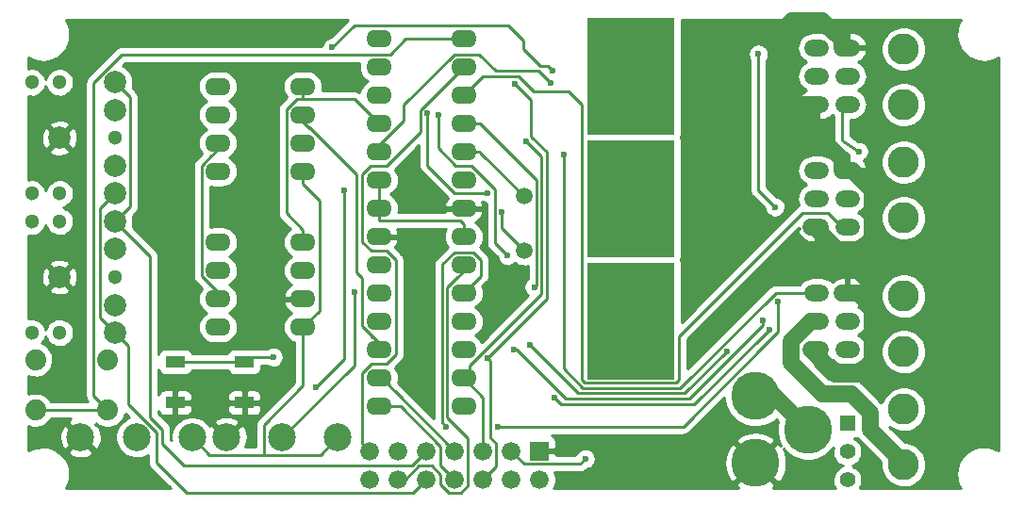
<source format=gbl>
G04 #@! TF.FileFunction,Copper,L2,Bot,Signal*
%FSLAX46Y46*%
G04 Gerber Fmt 4.6, Leading zero omitted, Abs format (unit mm)*
G04 Created by KiCad (PCBNEW (2015-10-25 BZR 6279, Git c721c21)-product) date Mon 02 Nov 2015 02:23:49 PM PST*
%MOMM*%
G01*
G04 APERTURE LIST*
%ADD10C,0.100000*%
%ADD11O,2.300000X1.600000*%
%ADD12C,4.318000*%
%ADD13C,2.499360*%
%ADD14R,1.397000X1.397000*%
%ADD15C,1.397000*%
%ADD16C,2.794000*%
%ADD17C,1.501140*%
%ADD18C,1.879600*%
%ADD19C,1.676400*%
%ADD20R,1.676400X1.676400*%
%ADD21C,1.300000*%
%ADD22C,2.000000*%
%ADD23O,2.245360X1.501140*%
%ADD24R,7.823200X10.490200*%
%ADD25R,1.800000X1.100000*%
%ADD26C,0.600000*%
%ADD27C,0.250000*%
%ADD28C,1.500000*%
%ADD29C,0.254000*%
G04 APERTURE END LIST*
D10*
D11*
X75300000Y-70400000D03*
X75300000Y-67860000D03*
X75300000Y-65320000D03*
X75300000Y-62780000D03*
X75300000Y-60240000D03*
X75300000Y-57700000D03*
X75300000Y-55160000D03*
X75300000Y-52620000D03*
X75300000Y-50080000D03*
X75300000Y-47540000D03*
X75300000Y-45000000D03*
X75300000Y-42460000D03*
X75300000Y-39920000D03*
X75300000Y-37380000D03*
X67680000Y-37380000D03*
X67680000Y-39920000D03*
X67680000Y-42460000D03*
X67680000Y-45000000D03*
X67680000Y-47540000D03*
X67680000Y-50080000D03*
X67680000Y-52620000D03*
X67680000Y-55160000D03*
X67680000Y-57700000D03*
X67680000Y-60240000D03*
X67680000Y-62780000D03*
X67680000Y-65320000D03*
X67680000Y-67860000D03*
X67680000Y-70400000D03*
D12*
X101500000Y-75500000D03*
X101500000Y-69500000D03*
X106200000Y-72500000D03*
D13*
X58998740Y-73200000D03*
X53997480Y-73200000D03*
X64000000Y-73200000D03*
D14*
X109750000Y-71960000D03*
D15*
X109750000Y-74500000D03*
X109750000Y-77040000D03*
D16*
X114800000Y-75680000D03*
X114800000Y-70680000D03*
X114800000Y-60520000D03*
X114800000Y-65520000D03*
D17*
X80750000Y-51559060D03*
X80750000Y-56440940D03*
D13*
X45898740Y-73200000D03*
X40897480Y-73200000D03*
X50900000Y-73200000D03*
D18*
X36848800Y-66239400D03*
X43351200Y-66239400D03*
X36848800Y-70760600D03*
X43351200Y-70760600D03*
D16*
X114800000Y-53480000D03*
X114800000Y-48480000D03*
X114800000Y-38320000D03*
X114800000Y-43320000D03*
D19*
X66880000Y-76970000D03*
X66880000Y-74430000D03*
X69420000Y-74430000D03*
X69420000Y-76970000D03*
X71960000Y-76970000D03*
X71960000Y-74430000D03*
X74500000Y-74430000D03*
X74500000Y-76970000D03*
X77040000Y-76970000D03*
X77040000Y-74430000D03*
X79580000Y-74430000D03*
X79580000Y-76970000D03*
X82120000Y-76970000D03*
D20*
X82120000Y-74430000D03*
D11*
X60850000Y-63300000D03*
X60850000Y-60760000D03*
X60850000Y-58220000D03*
X60850000Y-55680000D03*
X53230000Y-55680000D03*
X53230000Y-58220000D03*
X53230000Y-60760000D03*
X53230000Y-63300000D03*
X60850000Y-49300000D03*
X60850000Y-46760000D03*
X60850000Y-44220000D03*
X60850000Y-41680000D03*
X53230000Y-41680000D03*
X53230000Y-44220000D03*
X53230000Y-46760000D03*
X53230000Y-49300000D03*
D21*
X44000000Y-58800000D03*
X36500000Y-63800000D03*
X39000000Y-63800000D03*
X36500000Y-53800000D03*
X39000000Y-53800000D03*
D22*
X44000000Y-56300000D03*
X44000000Y-53800000D03*
X44000000Y-61300000D03*
X44000000Y-63800000D03*
X39000000Y-58800000D03*
D21*
X44000000Y-46300000D03*
X36500000Y-51300000D03*
X39000000Y-51300000D03*
X36500000Y-41300000D03*
X39000000Y-41300000D03*
D22*
X44000000Y-43800000D03*
X44000000Y-41300000D03*
X44000000Y-48800000D03*
X44000000Y-51300000D03*
X39000000Y-46300000D03*
D23*
X107008000Y-40750000D03*
X107008000Y-38210000D03*
X107008000Y-43290000D03*
D24*
X90300000Y-40750000D03*
D23*
X107008000Y-51750000D03*
X107008000Y-49210000D03*
X107008000Y-54290000D03*
D24*
X90300000Y-51750000D03*
D23*
X109758000Y-51750000D03*
X109758000Y-54290000D03*
X109758000Y-49210000D03*
X109758000Y-62750000D03*
X109758000Y-65290000D03*
X109758000Y-60210000D03*
X109758000Y-40750000D03*
X109758000Y-43290000D03*
X109758000Y-38210000D03*
X107008000Y-62750000D03*
X107008000Y-60210000D03*
X107008000Y-65290000D03*
D24*
X90300000Y-62750000D03*
D25*
X55600000Y-66400000D03*
X49400000Y-66400000D03*
X55600000Y-70100000D03*
X49400000Y-70100000D03*
D26*
X77460400Y-51227600D03*
X72029400Y-44089000D03*
X84266200Y-47776300D03*
X58191400Y-65990000D03*
X86219500Y-75120800D03*
X62043400Y-68725500D03*
X64571200Y-50974800D03*
X78735000Y-52983600D03*
X80899700Y-46614100D03*
X77469600Y-66057900D03*
X79895800Y-41465500D03*
X78345800Y-72225400D03*
X73744700Y-72249100D03*
X101750000Y-38750000D03*
X103250000Y-52500000D03*
X103500000Y-61000000D03*
X110750000Y-47500000D03*
X98942400Y-65463100D03*
X81227500Y-64908300D03*
X81626100Y-59689900D03*
X102750000Y-63500000D03*
X109250000Y-65290000D03*
X83479400Y-69621400D03*
X102134000Y-62731100D03*
X79820300Y-65319800D03*
X79250300Y-56888600D03*
X73007700Y-44202400D03*
X65467300Y-60160600D03*
X63488700Y-38168700D03*
X83269300Y-40248000D03*
X83110900Y-41366600D03*
D27*
X53997480Y-73200000D02*
X53950000Y-73200000D01*
X53950000Y-73200000D02*
X50850000Y-70100000D01*
X50850000Y-70100000D02*
X49400000Y-70100000D01*
X60850000Y-60760000D02*
X60850000Y-61322700D01*
D28*
X106500000Y-54290000D02*
X106790000Y-54290000D01*
X106790000Y-54290000D02*
X112000000Y-59500000D01*
X112000000Y-56250000D02*
X112000000Y-59500000D01*
X112000000Y-59500000D02*
X112000000Y-61500000D01*
X109250000Y-60210000D02*
X110710000Y-60210000D01*
X110710000Y-60210000D02*
X112000000Y-61500000D01*
X108710000Y-67500000D02*
X106500000Y-65290000D01*
X111000000Y-67500000D02*
X108710000Y-67500000D01*
X112000000Y-66500000D02*
X111000000Y-67500000D01*
X112000000Y-61500000D02*
X112000000Y-66500000D01*
X109250000Y-49210000D02*
X110210000Y-49210000D01*
X110210000Y-49210000D02*
X112000000Y-51000000D01*
X112000000Y-51000000D02*
X112000000Y-56250000D01*
X106500000Y-43290000D02*
X106500000Y-45500000D01*
X109250000Y-48250000D02*
X109250000Y-49210000D01*
X106500000Y-45500000D02*
X109250000Y-48250000D01*
X109250000Y-38210000D02*
X109250000Y-37500000D01*
X109250000Y-37500000D02*
X107500000Y-35750000D01*
X107500000Y-35750000D02*
X104750000Y-35750000D01*
X104750000Y-35750000D02*
X103750000Y-36750000D01*
X103750000Y-36750000D02*
X103750000Y-42000000D01*
X103750000Y-42000000D02*
X105040000Y-43290000D01*
X105040000Y-43290000D02*
X106500000Y-43290000D01*
D27*
X99930000Y-74180000D02*
X101500000Y-75500000D01*
X53397400Y-72322100D02*
X53546500Y-72322100D01*
X53997500Y-72773100D02*
X53997500Y-73200000D01*
X53546500Y-72322100D02*
X53997500Y-72773100D01*
X53546500Y-72322100D02*
X53674700Y-72193900D01*
X94658800Y-64750000D02*
X94658800Y-64091200D01*
X107960000Y-53000000D02*
X109250000Y-54290000D01*
X105750000Y-53000000D02*
X107960000Y-53000000D01*
X94658800Y-64091200D02*
X105750000Y-53000000D01*
X76973300Y-40786700D02*
X75300000Y-42460000D01*
X80195200Y-40786700D02*
X76973300Y-40786700D01*
X81552800Y-42144300D02*
X80195200Y-40786700D01*
X84719700Y-42144300D02*
X81552800Y-42144300D01*
X85889700Y-43314300D02*
X84719700Y-42144300D01*
X85889700Y-68017600D02*
X85889700Y-43314300D01*
X86192600Y-68320500D02*
X85889700Y-68017600D01*
X94355900Y-68320500D02*
X86192600Y-68320500D01*
X94658800Y-68017600D02*
X94355900Y-68320500D01*
X94658800Y-64729800D02*
X94658800Y-64750000D01*
X94658800Y-64750000D02*
X94658800Y-68017600D01*
X72029400Y-48794300D02*
X72029400Y-44089000D01*
X74462700Y-51227600D02*
X72029400Y-48794300D01*
X77460400Y-51227600D02*
X74462700Y-51227600D01*
X84266200Y-67040600D02*
X84266200Y-47776300D01*
X86019300Y-68793700D02*
X84266200Y-67040600D01*
X94718300Y-68793700D02*
X86019300Y-68793700D01*
X103302000Y-60210000D02*
X94718300Y-68793700D01*
X106500000Y-60210000D02*
X103302000Y-60210000D01*
D28*
X114800000Y-60520000D02*
X114820000Y-60520000D01*
D27*
X55600000Y-66400000D02*
X49400000Y-66400000D01*
X56010000Y-65990000D02*
X58191400Y-65990000D01*
X56010000Y-65990000D02*
X55600000Y-66400000D01*
X55784300Y-66215700D02*
X55600000Y-66400000D01*
X75300000Y-57700000D02*
X75300000Y-58262700D01*
X75300000Y-58262700D02*
X74737400Y-58825300D01*
X73814300Y-59748400D02*
X74737400Y-58825300D01*
X73814300Y-71434300D02*
X73814300Y-59748400D01*
X75676900Y-73296900D02*
X73814300Y-71434300D01*
X75676900Y-77513200D02*
X75676900Y-73296900D01*
X75025500Y-78164600D02*
X75676900Y-77513200D01*
X73962100Y-78164600D02*
X75025500Y-78164600D01*
X73230000Y-77432500D02*
X73962100Y-78164600D01*
X73230000Y-76565600D02*
X73230000Y-77432500D01*
X72432000Y-75767600D02*
X73230000Y-76565600D01*
X71259300Y-75767600D02*
X72432000Y-75767600D01*
X70056900Y-76970000D02*
X71259300Y-75767600D01*
X69420000Y-76970000D02*
X70056900Y-76970000D01*
X75300000Y-39920000D02*
X75300000Y-39934100D01*
X75300000Y-39934100D02*
X74188800Y-41045300D01*
X74188800Y-41045300D02*
X71404100Y-43830000D01*
X71404100Y-43830000D02*
X71404100Y-45766600D01*
X71404100Y-45766600D02*
X68360700Y-48810000D01*
X68360700Y-48810000D02*
X66956900Y-48810000D01*
X66956900Y-48810000D02*
X66197000Y-49569900D01*
X66197000Y-49569900D02*
X66197000Y-55640200D01*
X66197000Y-55640200D02*
X66986800Y-56430000D01*
X66986800Y-56430000D02*
X68351700Y-56430000D01*
X68351700Y-56430000D02*
X69205200Y-57283500D01*
X69205200Y-57283500D02*
X69205200Y-65775500D01*
X69205200Y-65775500D02*
X68390700Y-66590000D01*
X68390700Y-66590000D02*
X67004000Y-66590000D01*
X67004000Y-66590000D02*
X66178900Y-67415100D01*
X66178900Y-67415100D02*
X66178900Y-73728900D01*
X66178900Y-73728900D02*
X66880000Y-74430000D01*
X42078500Y-68500000D02*
X42078500Y-69487900D01*
X42078500Y-69487900D02*
X43351200Y-70760600D01*
X70088800Y-37380000D02*
X75300000Y-37380000D01*
X68674200Y-38794600D02*
X70088800Y-37380000D01*
X44609700Y-38794600D02*
X68674200Y-38794600D01*
X42078500Y-41325800D02*
X44609700Y-38794600D01*
X42078500Y-68500000D02*
X42078500Y-41325800D01*
X43351200Y-70760600D02*
X42078500Y-70760600D01*
X42078500Y-70760600D02*
X36848800Y-70760600D01*
D28*
X114800000Y-48480000D02*
X114280000Y-48480000D01*
X114800000Y-75680000D02*
X114800000Y-75500000D01*
X114800000Y-75500000D02*
X111800000Y-72500000D01*
X104700000Y-64550000D02*
X106500000Y-62750000D01*
X104700000Y-66500000D02*
X104700000Y-64550000D01*
X107500000Y-69300000D02*
X104700000Y-66500000D01*
X110100000Y-69300000D02*
X107500000Y-69300000D01*
X111800000Y-71000000D02*
X110100000Y-69300000D01*
X111800000Y-72500000D02*
X111800000Y-71000000D01*
X114800000Y-75680000D02*
X114800000Y-75550000D01*
X114800000Y-75680000D02*
X114800000Y-75550000D01*
D27*
X79580000Y-74430000D02*
X80743600Y-75593600D01*
X80743600Y-75593600D02*
X85746700Y-75593600D01*
X85746700Y-75593600D02*
X86219500Y-75120800D01*
X75300000Y-55160000D02*
X75300000Y-54034700D01*
X67680000Y-52620000D02*
X67680000Y-53745300D01*
X67680000Y-53745300D02*
X75010600Y-53745300D01*
X75010600Y-53745300D02*
X75300000Y-54034700D01*
X67680000Y-50080000D02*
X67680000Y-52620000D01*
X60850000Y-49300000D02*
X60850000Y-50425300D01*
X62405000Y-74795000D02*
X57373000Y-74795000D01*
X64000000Y-73200000D02*
X62405000Y-74795000D01*
X52495000Y-74795000D02*
X50900000Y-73200000D01*
X57373000Y-74795000D02*
X52495000Y-74795000D01*
X57373000Y-72052100D02*
X57373000Y-74795000D01*
X60850000Y-68575100D02*
X57373000Y-72052100D01*
X60850000Y-63300000D02*
X60850000Y-68575100D01*
X62325400Y-61824600D02*
X60850000Y-63300000D01*
X62325400Y-51900700D02*
X62325400Y-61824600D01*
X60850000Y-50425300D02*
X62325400Y-51900700D01*
X64571200Y-66197700D02*
X64571200Y-50974800D01*
X62043400Y-68725500D02*
X64571200Y-66197700D01*
X78735000Y-54425900D02*
X78735000Y-52983600D01*
X80750000Y-56440900D02*
X78735000Y-54425900D01*
X76775300Y-47584400D02*
X76775300Y-47540000D01*
X80750000Y-51559100D02*
X76775300Y-47584400D01*
X75300000Y-47540000D02*
X76775300Y-47540000D01*
X75862600Y-67297400D02*
X75862600Y-66734700D01*
X82286100Y-48000500D02*
X80899700Y-46614100D01*
X82286100Y-60311200D02*
X82286100Y-48000500D01*
X75862600Y-66734700D02*
X82286100Y-60311200D01*
X75862600Y-67297400D02*
X75300000Y-67860000D01*
X77040000Y-70162700D02*
X77040000Y-69600000D01*
X77040000Y-69600000D02*
X75300000Y-67860000D01*
X77040000Y-74430000D02*
X77040000Y-70162700D01*
X77720500Y-66308800D02*
X77469600Y-66057900D01*
X77720500Y-73251100D02*
X77720500Y-66308800D01*
X78205600Y-73736200D02*
X77720500Y-73251100D01*
X78205600Y-75804400D02*
X78205600Y-73736200D01*
X77040000Y-76970000D02*
X78205600Y-75804400D01*
X81326600Y-42896300D02*
X79895800Y-41465500D01*
X81326600Y-46156500D02*
X81326600Y-42896300D01*
X82743500Y-47573400D02*
X81326600Y-46156500D01*
X82743500Y-60784000D02*
X82743500Y-47573400D01*
X77469600Y-66057900D02*
X82743500Y-60784000D01*
X103500000Y-63750000D02*
X102500000Y-64750000D01*
X76823200Y-58716800D02*
X75300000Y-60240000D01*
X76823200Y-57240700D02*
X76823200Y-58716800D01*
X76154000Y-56571500D02*
X76823200Y-57240700D01*
X74441100Y-56571500D02*
X76154000Y-56571500D01*
X73362300Y-57650300D02*
X74441100Y-56571500D01*
X73362300Y-71866700D02*
X73362300Y-57650300D01*
X73744700Y-72249100D02*
X73362300Y-71866700D01*
X95000000Y-72225400D02*
X78345800Y-72225400D01*
X95024600Y-72225400D02*
X95000000Y-72225400D01*
X95024600Y-72225400D02*
X102500000Y-64750000D01*
X103500000Y-63750000D02*
X103500000Y-61000000D01*
X101750000Y-51000000D02*
X101750000Y-38750000D01*
X103250000Y-52500000D02*
X101750000Y-51000000D01*
X106500000Y-38210000D02*
X107410000Y-38210000D01*
X109250000Y-46500000D02*
X110750000Y-47500000D01*
X109250000Y-46500000D02*
X109250000Y-46250000D01*
X109250000Y-43290000D02*
X109250000Y-46250000D01*
X109250000Y-46250000D02*
X109250000Y-46299400D01*
X85563300Y-69244100D02*
X81227500Y-64908300D01*
X95161400Y-69244100D02*
X85563300Y-69244100D01*
X98942400Y-65463100D02*
X95161400Y-69244100D01*
X81835700Y-50060400D02*
X76775300Y-45000000D01*
X81835700Y-59480300D02*
X81835700Y-50060400D01*
X81626100Y-59689900D02*
X81835700Y-59480300D01*
X75300000Y-45000000D02*
X76775300Y-45000000D01*
X102225000Y-64025000D02*
X102725000Y-63525000D01*
X102725000Y-63525000D02*
X102750000Y-63500000D01*
X84108000Y-70250000D02*
X96000000Y-70250000D01*
X96000000Y-70250000D02*
X102225000Y-64025000D01*
X102225000Y-64025000D02*
X102250000Y-64000000D01*
X84076700Y-70218700D02*
X84054000Y-70196000D01*
X84054000Y-70196000D02*
X83479400Y-69621400D01*
X80062200Y-65319800D02*
X79820300Y-65319800D01*
X84488900Y-69746500D02*
X80062200Y-65319800D01*
X95543400Y-69746500D02*
X84488900Y-69746500D01*
X102134000Y-63155900D02*
X95543400Y-69746500D01*
X102134000Y-62731100D02*
X102134000Y-63155900D01*
X73007700Y-47229600D02*
X73007700Y-44202400D01*
X74588100Y-48810000D02*
X73007700Y-47229600D01*
X75972400Y-48810000D02*
X74588100Y-48810000D01*
X78085700Y-50923300D02*
X75972400Y-48810000D01*
X78085700Y-55724000D02*
X78085700Y-50923300D01*
X79250300Y-56888600D02*
X78085700Y-55724000D01*
X58998700Y-73200000D02*
X65467300Y-66731400D01*
X65467300Y-66731400D02*
X65467300Y-60160600D01*
X67680000Y-67860000D02*
X67930000Y-67860000D01*
X67930000Y-67860000D02*
X74500000Y-74430000D01*
X74500000Y-74430000D02*
X69155300Y-69085300D01*
X69603100Y-70400000D02*
X67680000Y-70400000D01*
X73230000Y-74026900D02*
X69603100Y-70400000D01*
X73230000Y-75700000D02*
X73230000Y-74026900D01*
X74500000Y-76970000D02*
X73230000Y-75700000D01*
D28*
X101500000Y-69500000D02*
X103200000Y-69500000D01*
X103200000Y-69500000D02*
X106200000Y-72500000D01*
D27*
X47698900Y-72772600D02*
X47698900Y-75448900D01*
X71960000Y-76970000D02*
X70765400Y-78164600D01*
X70765400Y-78164600D02*
X52947800Y-78164600D01*
X47698900Y-72772600D02*
X45174200Y-70247900D01*
X45174200Y-70247900D02*
X45174200Y-64974200D01*
X45174200Y-64974200D02*
X44000000Y-63800000D01*
X50414600Y-78164600D02*
X52947800Y-78164600D01*
X47698900Y-75448900D02*
X50414600Y-78164600D01*
X42670900Y-62470900D02*
X44000000Y-63800000D01*
X42670900Y-52629100D02*
X42670900Y-62470900D01*
X44000000Y-51300000D02*
X42670900Y-52629100D01*
X47122300Y-56922300D02*
X47122300Y-71372300D01*
X44000000Y-53800000D02*
X47122300Y-56922300D01*
X70694749Y-75695251D02*
X71960000Y-74430000D01*
X50195251Y-75695251D02*
X70694749Y-75695251D01*
X48250000Y-73750000D02*
X50195251Y-75695251D01*
X48250000Y-72500000D02*
X48250000Y-73750000D01*
X47122300Y-71372300D02*
X48250000Y-72500000D01*
X45338100Y-52461900D02*
X44000000Y-53800000D01*
X45338100Y-42638100D02*
X45338100Y-52461900D01*
X44000000Y-41300000D02*
X45338100Y-42638100D01*
X80680600Y-37556700D02*
X79310500Y-36186600D01*
X83269300Y-40248000D02*
X82841400Y-39820100D01*
X82841400Y-39820100D02*
X82166100Y-39820100D01*
X82166100Y-39820100D02*
X80680600Y-38334600D01*
X80680600Y-38334600D02*
X80680600Y-37556700D01*
X67680000Y-45000000D02*
X66554700Y-43874700D01*
X65485300Y-42805300D02*
X60850000Y-42805300D01*
X65485300Y-42805300D02*
X66554700Y-43874700D01*
X79310500Y-36186600D02*
X65470800Y-36186600D01*
X65470800Y-36186600D02*
X63488700Y-38168700D01*
X60850000Y-41680000D02*
X60850000Y-42805300D01*
X60309500Y-42805300D02*
X60850000Y-42805300D01*
X59361700Y-43753100D02*
X60309500Y-42805300D01*
X59361700Y-53066400D02*
X59361700Y-43753100D01*
X60850000Y-54554700D02*
X59361700Y-53066400D01*
X60850000Y-55680000D02*
X60850000Y-54554700D01*
X53230000Y-60760000D02*
X53230000Y-60176800D01*
X53230000Y-60176800D02*
X51754000Y-58700800D01*
X53230000Y-46760000D02*
X53230000Y-47322700D01*
X53230000Y-47322700D02*
X51754000Y-48798700D01*
X67680000Y-47540000D02*
X67680000Y-46977300D01*
X67680000Y-46977300D02*
X68242600Y-46414700D01*
X82014800Y-40270500D02*
X83110900Y-41366600D01*
X78157700Y-40270500D02*
X82014800Y-40270500D01*
X76680000Y-38792800D02*
X78157700Y-40270500D01*
X74431200Y-38792800D02*
X76680000Y-38792800D01*
X69895200Y-43328800D02*
X74431200Y-38792800D01*
X69895200Y-44762100D02*
X69895200Y-43328800D01*
X68242600Y-46414700D02*
X69895200Y-44762100D01*
X51754000Y-48798700D02*
X52667400Y-47885300D01*
X51754000Y-58700800D02*
X51754000Y-48798700D01*
X52687900Y-59634700D02*
X51754000Y-58700800D01*
X67680000Y-65320000D02*
X67680000Y-64757300D01*
X67680000Y-64757300D02*
X66132800Y-63210100D01*
X60850000Y-44220000D02*
X60850000Y-44788308D01*
X60850000Y-44788308D02*
X65642100Y-49580408D01*
X66132800Y-63210100D02*
X67117400Y-64194700D01*
X66132800Y-58865500D02*
X66132800Y-63210100D01*
X65642100Y-58374800D02*
X66132800Y-58865500D01*
X65642100Y-49574800D02*
X65642100Y-49580408D01*
X65642100Y-49580408D02*
X65642100Y-58374800D01*
X61412600Y-45345300D02*
X65642100Y-49574800D01*
D29*
G36*
X45271955Y-71420457D02*
X45021350Y-71521709D01*
X44712078Y-71724091D01*
X44448006Y-71982689D01*
X44239191Y-72287655D01*
X44093588Y-72627372D01*
X44016743Y-72988900D01*
X44011583Y-73358469D01*
X44078304Y-73722002D01*
X44214364Y-74065652D01*
X44414582Y-74376329D01*
X44671331Y-74642200D01*
X44974832Y-74853139D01*
X45313524Y-75001110D01*
X45674507Y-75080477D01*
X46044030Y-75088218D01*
X46408020Y-75024036D01*
X46752611Y-74890378D01*
X46938900Y-74772156D01*
X46938900Y-75448900D01*
X46945751Y-75518777D01*
X46951869Y-75588703D01*
X46952984Y-75592541D01*
X46953374Y-75596518D01*
X46973664Y-75663721D01*
X46993251Y-75731140D01*
X46995090Y-75734688D01*
X46996245Y-75738513D01*
X47029199Y-75800491D01*
X47061510Y-75862825D01*
X47064003Y-75865948D01*
X47065880Y-75869478D01*
X47110255Y-75923887D01*
X47154048Y-75978746D01*
X47159531Y-75984306D01*
X47159626Y-75984422D01*
X47159734Y-75984511D01*
X47161499Y-75986301D01*
X48965198Y-77790000D01*
X39586920Y-77790000D01*
X39774383Y-77437433D01*
X39913150Y-76977817D01*
X39960000Y-76500000D01*
X39959041Y-76431313D01*
X39898867Y-75954991D01*
X39747322Y-75499428D01*
X39510176Y-75081977D01*
X39196464Y-74718537D01*
X38933872Y-74513377D01*
X39763709Y-74513377D01*
X39889584Y-74803315D01*
X40221742Y-74969139D01*
X40579867Y-75066975D01*
X40950199Y-75093065D01*
X41318505Y-75046405D01*
X41670631Y-74928789D01*
X41905376Y-74803315D01*
X42031251Y-74513377D01*
X40897480Y-73379605D01*
X39763709Y-74513377D01*
X38933872Y-74513377D01*
X38818134Y-74422953D01*
X38389596Y-74206483D01*
X37927175Y-74077373D01*
X37448482Y-74040540D01*
X36971751Y-74097386D01*
X36515141Y-74245748D01*
X36210000Y-74416286D01*
X36210000Y-73252719D01*
X39004415Y-73252719D01*
X39051075Y-73621025D01*
X39168691Y-73973151D01*
X39294165Y-74207896D01*
X39584103Y-74333771D01*
X40717875Y-73200000D01*
X39584103Y-72066229D01*
X39294165Y-72192104D01*
X39128341Y-72524262D01*
X39030505Y-72882387D01*
X39004415Y-73252719D01*
X36210000Y-73252719D01*
X36210000Y-72200122D01*
X36359805Y-72265571D01*
X36661435Y-72331888D01*
X36970202Y-72338356D01*
X37274344Y-72284728D01*
X37562278Y-72173046D01*
X37823035Y-72007564D01*
X38046684Y-71794586D01*
X38224706Y-71542223D01*
X38234333Y-71520600D01*
X40031929Y-71520600D01*
X39889584Y-71596685D01*
X39763709Y-71886623D01*
X40897480Y-73020395D01*
X40911622Y-73006252D01*
X41091228Y-73185858D01*
X41077085Y-73200000D01*
X42210857Y-74333771D01*
X42500795Y-74207896D01*
X42666619Y-73875738D01*
X42764455Y-73517613D01*
X42790545Y-73147281D01*
X42743885Y-72778975D01*
X42626269Y-72426849D01*
X42500795Y-72192104D01*
X42210858Y-72066230D01*
X42318632Y-71958456D01*
X42325602Y-71965673D01*
X42579201Y-72141929D01*
X42862205Y-72265571D01*
X43163835Y-72331888D01*
X43472602Y-72338356D01*
X43776744Y-72284728D01*
X44064678Y-72173046D01*
X44325435Y-72007564D01*
X44549084Y-71794586D01*
X44727106Y-71542223D01*
X44852720Y-71260089D01*
X44900645Y-71049147D01*
X45271955Y-71420457D01*
X45271955Y-71420457D01*
G37*
X45271955Y-71420457D02*
X45021350Y-71521709D01*
X44712078Y-71724091D01*
X44448006Y-71982689D01*
X44239191Y-72287655D01*
X44093588Y-72627372D01*
X44016743Y-72988900D01*
X44011583Y-73358469D01*
X44078304Y-73722002D01*
X44214364Y-74065652D01*
X44414582Y-74376329D01*
X44671331Y-74642200D01*
X44974832Y-74853139D01*
X45313524Y-75001110D01*
X45674507Y-75080477D01*
X46044030Y-75088218D01*
X46408020Y-75024036D01*
X46752611Y-74890378D01*
X46938900Y-74772156D01*
X46938900Y-75448900D01*
X46945751Y-75518777D01*
X46951869Y-75588703D01*
X46952984Y-75592541D01*
X46953374Y-75596518D01*
X46973664Y-75663721D01*
X46993251Y-75731140D01*
X46995090Y-75734688D01*
X46996245Y-75738513D01*
X47029199Y-75800491D01*
X47061510Y-75862825D01*
X47064003Y-75865948D01*
X47065880Y-75869478D01*
X47110255Y-75923887D01*
X47154048Y-75978746D01*
X47159531Y-75984306D01*
X47159626Y-75984422D01*
X47159734Y-75984511D01*
X47161499Y-75986301D01*
X48965198Y-77790000D01*
X39586920Y-77790000D01*
X39774383Y-77437433D01*
X39913150Y-76977817D01*
X39960000Y-76500000D01*
X39959041Y-76431313D01*
X39898867Y-75954991D01*
X39747322Y-75499428D01*
X39510176Y-75081977D01*
X39196464Y-74718537D01*
X38933872Y-74513377D01*
X39763709Y-74513377D01*
X39889584Y-74803315D01*
X40221742Y-74969139D01*
X40579867Y-75066975D01*
X40950199Y-75093065D01*
X41318505Y-75046405D01*
X41670631Y-74928789D01*
X41905376Y-74803315D01*
X42031251Y-74513377D01*
X40897480Y-73379605D01*
X39763709Y-74513377D01*
X38933872Y-74513377D01*
X38818134Y-74422953D01*
X38389596Y-74206483D01*
X37927175Y-74077373D01*
X37448482Y-74040540D01*
X36971751Y-74097386D01*
X36515141Y-74245748D01*
X36210000Y-74416286D01*
X36210000Y-73252719D01*
X39004415Y-73252719D01*
X39051075Y-73621025D01*
X39168691Y-73973151D01*
X39294165Y-74207896D01*
X39584103Y-74333771D01*
X40717875Y-73200000D01*
X39584103Y-72066229D01*
X39294165Y-72192104D01*
X39128341Y-72524262D01*
X39030505Y-72882387D01*
X39004415Y-73252719D01*
X36210000Y-73252719D01*
X36210000Y-72200122D01*
X36359805Y-72265571D01*
X36661435Y-72331888D01*
X36970202Y-72338356D01*
X37274344Y-72284728D01*
X37562278Y-72173046D01*
X37823035Y-72007564D01*
X38046684Y-71794586D01*
X38224706Y-71542223D01*
X38234333Y-71520600D01*
X40031929Y-71520600D01*
X39889584Y-71596685D01*
X39763709Y-71886623D01*
X40897480Y-73020395D01*
X40911622Y-73006252D01*
X41091228Y-73185858D01*
X41077085Y-73200000D01*
X42210857Y-74333771D01*
X42500795Y-74207896D01*
X42666619Y-73875738D01*
X42764455Y-73517613D01*
X42790545Y-73147281D01*
X42743885Y-72778975D01*
X42626269Y-72426849D01*
X42500795Y-72192104D01*
X42210858Y-72066230D01*
X42318632Y-71958456D01*
X42325602Y-71965673D01*
X42579201Y-72141929D01*
X42862205Y-72265571D01*
X43163835Y-72331888D01*
X43472602Y-72338356D01*
X43776744Y-72284728D01*
X44064678Y-72173046D01*
X44325435Y-72007564D01*
X44549084Y-71794586D01*
X44727106Y-71542223D01*
X44852720Y-71260089D01*
X44900645Y-71049147D01*
X45271955Y-71420457D01*
G36*
X119712750Y-36094414D02*
X119580414Y-36555923D01*
X119540240Y-37034347D01*
X119593757Y-37511463D01*
X119738927Y-37969097D01*
X119970221Y-38389819D01*
X120278828Y-38757603D01*
X120652994Y-39058440D01*
X121078468Y-39280872D01*
X121539042Y-39416427D01*
X122017174Y-39459940D01*
X122494652Y-39409755D01*
X122953288Y-39267783D01*
X123290000Y-39085724D01*
X123290000Y-74388932D01*
X122896021Y-74189919D01*
X122430260Y-74059876D01*
X121948110Y-74022776D01*
X121467936Y-74080034D01*
X121008028Y-74229467D01*
X120585905Y-74465384D01*
X120217644Y-74778798D01*
X119917272Y-75157773D01*
X119696231Y-75587873D01*
X119562939Y-76052716D01*
X119522475Y-76534595D01*
X119576378Y-77015157D01*
X119722597Y-77476096D01*
X119895167Y-77790000D01*
X110852904Y-77790000D01*
X110915081Y-77701858D01*
X111021448Y-77462955D01*
X111079386Y-77207941D01*
X111083557Y-76909244D01*
X111032762Y-76652711D01*
X110933107Y-76410931D01*
X110788388Y-76193111D01*
X110604118Y-76007549D01*
X110387314Y-75861313D01*
X110166892Y-75768657D01*
X110354154Y-75696022D01*
X110574957Y-75555897D01*
X110764337Y-75375552D01*
X110915081Y-75161858D01*
X111021448Y-74922955D01*
X111079386Y-74667941D01*
X111083557Y-74369244D01*
X111032762Y-74112711D01*
X110933107Y-73870931D01*
X110788388Y-73653111D01*
X110604118Y-73467549D01*
X110387314Y-73321313D01*
X110328457Y-73296572D01*
X110448500Y-73296572D01*
X110549621Y-73288508D01*
X110642715Y-73259679D01*
X110642986Y-73260018D01*
X110646404Y-73266447D01*
X110727255Y-73365580D01*
X110807079Y-73465573D01*
X110817079Y-73475714D01*
X110817245Y-73475918D01*
X110817434Y-73476074D01*
X110820657Y-73479343D01*
X112774893Y-75433579D01*
X112770893Y-75452399D01*
X112765329Y-75850856D01*
X112837265Y-76242805D01*
X112983961Y-76613317D01*
X113199830Y-76948279D01*
X113476648Y-77234933D01*
X113803873Y-77462360D01*
X114169039Y-77621898D01*
X114558239Y-77707469D01*
X114956647Y-77715814D01*
X115349089Y-77646616D01*
X115720616Y-77502510D01*
X116057077Y-77288986D01*
X116345657Y-77014175D01*
X116575363Y-76688546D01*
X116737445Y-76324502D01*
X116825732Y-75935909D01*
X116832087Y-75480752D01*
X116754686Y-75089846D01*
X116602831Y-74721418D01*
X116382306Y-74389502D01*
X116101513Y-74106741D01*
X115771145Y-73883905D01*
X115403786Y-73729482D01*
X115013430Y-73649353D01*
X114907298Y-73648612D01*
X113532294Y-72273608D01*
X113803873Y-72462360D01*
X114169039Y-72621898D01*
X114558239Y-72707469D01*
X114956647Y-72715814D01*
X115349089Y-72646616D01*
X115720616Y-72502510D01*
X116057077Y-72288986D01*
X116345657Y-72014175D01*
X116575363Y-71688546D01*
X116737445Y-71324502D01*
X116825732Y-70935909D01*
X116832087Y-70480752D01*
X116754686Y-70089846D01*
X116602831Y-69721418D01*
X116382306Y-69389502D01*
X116101513Y-69106741D01*
X115771145Y-68883905D01*
X115403786Y-68729482D01*
X115013430Y-68649353D01*
X114614943Y-68646571D01*
X114223506Y-68721242D01*
X113854027Y-68870521D01*
X113520580Y-69088723D01*
X113235866Y-69367536D01*
X113010729Y-69696340D01*
X112853745Y-70062611D01*
X112845686Y-70100525D01*
X112792921Y-70034427D01*
X112782921Y-70024286D01*
X112782755Y-70024082D01*
X112782566Y-70023926D01*
X112779343Y-70020657D01*
X111079343Y-68320657D01*
X110980475Y-68239446D01*
X110882479Y-68157218D01*
X110876099Y-68153711D01*
X110870469Y-68149086D01*
X110757694Y-68088617D01*
X110645610Y-68026998D01*
X110638668Y-68024796D01*
X110632249Y-68021354D01*
X110509900Y-67983948D01*
X110387958Y-67945266D01*
X110380720Y-67944454D01*
X110373756Y-67942325D01*
X110246513Y-67929400D01*
X110119338Y-67915135D01*
X110105096Y-67915036D01*
X110104834Y-67915009D01*
X110104590Y-67915032D01*
X110100000Y-67915000D01*
X108073686Y-67915000D01*
X106834256Y-66675570D01*
X106881000Y-66675570D01*
X106881000Y-65417000D01*
X106861000Y-65417000D01*
X106861000Y-65163000D01*
X106881000Y-65163000D01*
X106881000Y-65143000D01*
X107135000Y-65143000D01*
X107135000Y-65163000D01*
X107155000Y-65163000D01*
X107155000Y-65417000D01*
X107135000Y-65417000D01*
X107135000Y-66675570D01*
X107507110Y-66675570D01*
X107774981Y-66624170D01*
X108027677Y-66521499D01*
X108255488Y-66371502D01*
X108379317Y-66249338D01*
X108387433Y-66259433D01*
X108594584Y-66433253D01*
X108831551Y-66563526D01*
X109089309Y-66645292D01*
X109358039Y-66675435D01*
X109377385Y-66675570D01*
X110138615Y-66675570D01*
X110407740Y-66649182D01*
X110666615Y-66571023D01*
X110905378Y-66444071D01*
X111114935Y-66273160D01*
X111287305Y-66064801D01*
X111415921Y-65826930D01*
X111458042Y-65690856D01*
X112765329Y-65690856D01*
X112837265Y-66082805D01*
X112983961Y-66453317D01*
X113199830Y-66788279D01*
X113476648Y-67074933D01*
X113803873Y-67302360D01*
X114169039Y-67461898D01*
X114558239Y-67547469D01*
X114956647Y-67555814D01*
X115349089Y-67486616D01*
X115720616Y-67342510D01*
X116057077Y-67128986D01*
X116345657Y-66854175D01*
X116575363Y-66528546D01*
X116737445Y-66164502D01*
X116825732Y-65775909D01*
X116832087Y-65320752D01*
X116754686Y-64929846D01*
X116602831Y-64561418D01*
X116382306Y-64229502D01*
X116101513Y-63946741D01*
X115771145Y-63723905D01*
X115403786Y-63569482D01*
X115013430Y-63489353D01*
X114614943Y-63486571D01*
X114223506Y-63561242D01*
X113854027Y-63710521D01*
X113520580Y-63928723D01*
X113235866Y-64207536D01*
X113010729Y-64536340D01*
X112853745Y-64902611D01*
X112770893Y-65292399D01*
X112765329Y-65690856D01*
X111458042Y-65690856D01*
X111495885Y-65568608D01*
X111524151Y-65299673D01*
X111499643Y-65030370D01*
X111423293Y-64770956D01*
X111298011Y-64531313D01*
X111128567Y-64320567D01*
X110921416Y-64146747D01*
X110689134Y-64019050D01*
X110905378Y-63904071D01*
X111114935Y-63733160D01*
X111287305Y-63524801D01*
X111415921Y-63286930D01*
X111495885Y-63028608D01*
X111524151Y-62759673D01*
X111499643Y-62490370D01*
X111423293Y-62230956D01*
X111298011Y-61991313D01*
X111128567Y-61780567D01*
X110921416Y-61606747D01*
X110687486Y-61478144D01*
X110777677Y-61441499D01*
X111005488Y-61291502D01*
X111199658Y-61099943D01*
X111352726Y-60874185D01*
X111430121Y-60690856D01*
X112765329Y-60690856D01*
X112837265Y-61082805D01*
X112983961Y-61453317D01*
X113199830Y-61788279D01*
X113476648Y-62074933D01*
X113803873Y-62302360D01*
X114169039Y-62461898D01*
X114558239Y-62547469D01*
X114956647Y-62555814D01*
X115349089Y-62486616D01*
X115720616Y-62342510D01*
X116057077Y-62128986D01*
X116345657Y-61854175D01*
X116575363Y-61528546D01*
X116737445Y-61164502D01*
X116825732Y-60775909D01*
X116832087Y-60320752D01*
X116754686Y-59929846D01*
X116602831Y-59561418D01*
X116382306Y-59229502D01*
X116101513Y-58946741D01*
X115771145Y-58723905D01*
X115403786Y-58569482D01*
X115013430Y-58489353D01*
X114614943Y-58486571D01*
X114223506Y-58561242D01*
X113854027Y-58710521D01*
X113520580Y-58928723D01*
X113235866Y-59207536D01*
X113010729Y-59536340D01*
X112853745Y-59902611D01*
X112770893Y-60292399D01*
X112765329Y-60690856D01*
X111430121Y-60690856D01*
X111458810Y-60622902D01*
X111472993Y-60551275D01*
X111350339Y-60337000D01*
X109885000Y-60337000D01*
X109885000Y-60357000D01*
X109631000Y-60357000D01*
X109631000Y-60337000D01*
X109611000Y-60337000D01*
X109611000Y-60083000D01*
X109631000Y-60083000D01*
X109631000Y-58824430D01*
X109885000Y-58824430D01*
X109885000Y-60083000D01*
X111350339Y-60083000D01*
X111472993Y-59868725D01*
X111458810Y-59797098D01*
X111352726Y-59545815D01*
X111199658Y-59320057D01*
X111005488Y-59128498D01*
X110777677Y-58978501D01*
X110524981Y-58875830D01*
X110257110Y-58824430D01*
X109885000Y-58824430D01*
X109631000Y-58824430D01*
X109258890Y-58824430D01*
X108991019Y-58875830D01*
X108738323Y-58978501D01*
X108510512Y-59128498D01*
X108386683Y-59250662D01*
X108378567Y-59240567D01*
X108171416Y-59066747D01*
X107934449Y-58936474D01*
X107676691Y-58854708D01*
X107407961Y-58824565D01*
X107388615Y-58824430D01*
X106627385Y-58824430D01*
X106358260Y-58850818D01*
X106099385Y-58928977D01*
X105860622Y-59055929D01*
X105651065Y-59226840D01*
X105478695Y-59435199D01*
X105470692Y-59450000D01*
X103302000Y-59450000D01*
X103232119Y-59456852D01*
X103162197Y-59462969D01*
X103158359Y-59464084D01*
X103154382Y-59464474D01*
X103087179Y-59484764D01*
X103019760Y-59504351D01*
X103016212Y-59506190D01*
X103012387Y-59507345D01*
X102950409Y-59540299D01*
X102888075Y-59572610D01*
X102884952Y-59575103D01*
X102881422Y-59576980D01*
X102827013Y-59621355D01*
X102772154Y-59665148D01*
X102766594Y-59670631D01*
X102766478Y-59670726D01*
X102766389Y-59670834D01*
X102764599Y-59672599D01*
X95418800Y-67018398D01*
X95418800Y-64406002D01*
X105407800Y-54417002D01*
X105415660Y-54417002D01*
X105293007Y-54631275D01*
X105307190Y-54702902D01*
X105413274Y-54954185D01*
X105566342Y-55179943D01*
X105760512Y-55371502D01*
X105988323Y-55521499D01*
X106241019Y-55624170D01*
X106508890Y-55675570D01*
X106881000Y-55675570D01*
X106881000Y-54417000D01*
X106861000Y-54417000D01*
X106861000Y-54163000D01*
X106881000Y-54163000D01*
X106881000Y-54143000D01*
X107135000Y-54143000D01*
X107135000Y-54163000D01*
X107155000Y-54163000D01*
X107155000Y-54417000D01*
X107135000Y-54417000D01*
X107135000Y-55675570D01*
X107507110Y-55675570D01*
X107774981Y-55624170D01*
X108027677Y-55521499D01*
X108255488Y-55371502D01*
X108379317Y-55249338D01*
X108387433Y-55259433D01*
X108594584Y-55433253D01*
X108831551Y-55563526D01*
X109089309Y-55645292D01*
X109358039Y-55675435D01*
X109377385Y-55675570D01*
X110138615Y-55675570D01*
X110407740Y-55649182D01*
X110666615Y-55571023D01*
X110905378Y-55444071D01*
X111114935Y-55273160D01*
X111287305Y-55064801D01*
X111415921Y-54826930D01*
X111495885Y-54568608D01*
X111524151Y-54299673D01*
X111499643Y-54030370D01*
X111423293Y-53770956D01*
X111360507Y-53650856D01*
X112765329Y-53650856D01*
X112837265Y-54042805D01*
X112983961Y-54413317D01*
X113199830Y-54748279D01*
X113476648Y-55034933D01*
X113803873Y-55262360D01*
X114169039Y-55421898D01*
X114558239Y-55507469D01*
X114956647Y-55515814D01*
X115349089Y-55446616D01*
X115720616Y-55302510D01*
X116057077Y-55088986D01*
X116345657Y-54814175D01*
X116575363Y-54488546D01*
X116737445Y-54124502D01*
X116825732Y-53735909D01*
X116832087Y-53280752D01*
X116754686Y-52889846D01*
X116602831Y-52521418D01*
X116382306Y-52189502D01*
X116101513Y-51906741D01*
X115771145Y-51683905D01*
X115403786Y-51529482D01*
X115013430Y-51449353D01*
X114614943Y-51446571D01*
X114223506Y-51521242D01*
X113854027Y-51670521D01*
X113520580Y-51888723D01*
X113235866Y-52167536D01*
X113010729Y-52496340D01*
X112853745Y-52862611D01*
X112770893Y-53252399D01*
X112765329Y-53650856D01*
X111360507Y-53650856D01*
X111298011Y-53531313D01*
X111128567Y-53320567D01*
X110921416Y-53146747D01*
X110689134Y-53019050D01*
X110905378Y-52904071D01*
X111114935Y-52733160D01*
X111287305Y-52524801D01*
X111415921Y-52286930D01*
X111495885Y-52028608D01*
X111524151Y-51759673D01*
X111499643Y-51490370D01*
X111423293Y-51230956D01*
X111298011Y-50991313D01*
X111128567Y-50780567D01*
X110921416Y-50606747D01*
X110687486Y-50478144D01*
X110777677Y-50441499D01*
X111005488Y-50291502D01*
X111199658Y-50099943D01*
X111352726Y-49874185D01*
X111458810Y-49622902D01*
X111472993Y-49551275D01*
X111350339Y-49337000D01*
X109885000Y-49337000D01*
X109885000Y-49357000D01*
X109631000Y-49357000D01*
X109631000Y-49337000D01*
X109611000Y-49337000D01*
X109611000Y-49083000D01*
X109631000Y-49083000D01*
X109631000Y-47824430D01*
X109258890Y-47824430D01*
X108991019Y-47875830D01*
X108738323Y-47978501D01*
X108510512Y-48128498D01*
X108386683Y-48250662D01*
X108378567Y-48240567D01*
X108171416Y-48066747D01*
X107934449Y-47936474D01*
X107676691Y-47854708D01*
X107407961Y-47824565D01*
X107388615Y-47824430D01*
X106627385Y-47824430D01*
X106358260Y-47850818D01*
X106099385Y-47928977D01*
X105860622Y-48055929D01*
X105651065Y-48226840D01*
X105478695Y-48435199D01*
X105350079Y-48673070D01*
X105270115Y-48931392D01*
X105241849Y-49200327D01*
X105266357Y-49469630D01*
X105342707Y-49729044D01*
X105467989Y-49968687D01*
X105637433Y-50179433D01*
X105844584Y-50353253D01*
X106076866Y-50480950D01*
X105860622Y-50595929D01*
X105651065Y-50766840D01*
X105478695Y-50975199D01*
X105350079Y-51213070D01*
X105270115Y-51471392D01*
X105241849Y-51740327D01*
X105266357Y-52009630D01*
X105342707Y-52269044D01*
X105379779Y-52339956D01*
X105336074Y-52362611D01*
X105332953Y-52365103D01*
X105329422Y-52366980D01*
X105275007Y-52411359D01*
X105220154Y-52455148D01*
X105214594Y-52460631D01*
X105214478Y-52460726D01*
X105214389Y-52460834D01*
X105212599Y-52462599D01*
X94849672Y-62825526D01*
X94849672Y-57504900D01*
X94841608Y-57403779D01*
X94792216Y-57244284D01*
X94824410Y-57172863D01*
X94849672Y-56995100D01*
X94849672Y-46504900D01*
X94841608Y-46403779D01*
X94792216Y-46244284D01*
X94824410Y-46172863D01*
X94849672Y-45995100D01*
X94849672Y-38828617D01*
X100813771Y-38828617D01*
X100846872Y-39008968D01*
X100914372Y-39179454D01*
X100990000Y-39296806D01*
X100990000Y-51000000D01*
X100996851Y-51069877D01*
X101002969Y-51139803D01*
X101004084Y-51143641D01*
X101004474Y-51147618D01*
X101024764Y-51214821D01*
X101044351Y-51282240D01*
X101046190Y-51285788D01*
X101047345Y-51289613D01*
X101080299Y-51351591D01*
X101112610Y-51413925D01*
X101115103Y-51417048D01*
X101116980Y-51420578D01*
X101161355Y-51474987D01*
X101205148Y-51529846D01*
X101210631Y-51535406D01*
X101210726Y-51535522D01*
X101210834Y-51535611D01*
X101212599Y-51537401D01*
X102327249Y-52652051D01*
X102346872Y-52758968D01*
X102414372Y-52929454D01*
X102513701Y-53083583D01*
X102641076Y-53215484D01*
X102791644Y-53320131D01*
X102959671Y-53393540D01*
X103138757Y-53432915D01*
X103322079Y-53436755D01*
X103502657Y-53404914D01*
X103673610Y-53338606D01*
X103828429Y-53240355D01*
X103961215Y-53113904D01*
X104066911Y-52964070D01*
X104141492Y-52796560D01*
X104182116Y-52617754D01*
X104185040Y-52408319D01*
X104149425Y-52228448D01*
X104079550Y-52058920D01*
X103978079Y-51906193D01*
X103848875Y-51776084D01*
X103696860Y-51673549D01*
X103527825Y-51602493D01*
X103401329Y-51576527D01*
X102510000Y-50685198D01*
X102510000Y-43631275D01*
X105293007Y-43631275D01*
X105307190Y-43702902D01*
X105413274Y-43954185D01*
X105566342Y-44179943D01*
X105760512Y-44371502D01*
X105988323Y-44521499D01*
X106241019Y-44624170D01*
X106508890Y-44675570D01*
X106881000Y-44675570D01*
X106881000Y-43417000D01*
X105415661Y-43417000D01*
X105293007Y-43631275D01*
X102510000Y-43631275D01*
X102510000Y-39294747D01*
X102566911Y-39214070D01*
X102641492Y-39046560D01*
X102682116Y-38867754D01*
X102685040Y-38658319D01*
X102649425Y-38478448D01*
X102579550Y-38308920D01*
X102507402Y-38200327D01*
X105241849Y-38200327D01*
X105266357Y-38469630D01*
X105342707Y-38729044D01*
X105467989Y-38968687D01*
X105637433Y-39179433D01*
X105844584Y-39353253D01*
X106076866Y-39480950D01*
X105860622Y-39595929D01*
X105651065Y-39766840D01*
X105478695Y-39975199D01*
X105350079Y-40213070D01*
X105270115Y-40471392D01*
X105241849Y-40740327D01*
X105266357Y-41009630D01*
X105342707Y-41269044D01*
X105467989Y-41508687D01*
X105637433Y-41719433D01*
X105844584Y-41893253D01*
X106078514Y-42021856D01*
X105988323Y-42058501D01*
X105760512Y-42208498D01*
X105566342Y-42400057D01*
X105413274Y-42625815D01*
X105307190Y-42877098D01*
X105293007Y-42948725D01*
X105415661Y-43163000D01*
X106881000Y-43163000D01*
X106881000Y-43143000D01*
X107135000Y-43143000D01*
X107135000Y-43163000D01*
X107155000Y-43163000D01*
X107155000Y-43417000D01*
X107135000Y-43417000D01*
X107135000Y-44675570D01*
X107507110Y-44675570D01*
X107774981Y-44624170D01*
X108027677Y-44521499D01*
X108255488Y-44371502D01*
X108379317Y-44249338D01*
X108387433Y-44259433D01*
X108490000Y-44345497D01*
X108490000Y-46500000D01*
X108496925Y-46570623D01*
X108503239Y-46641236D01*
X108504155Y-46644367D01*
X108504474Y-46647618D01*
X108524984Y-46715551D01*
X108544894Y-46783593D01*
X108546401Y-46786487D01*
X108547345Y-46789613D01*
X108580653Y-46852257D01*
X108613406Y-46915148D01*
X108615447Y-46917694D01*
X108616980Y-46920578D01*
X108661836Y-46975577D01*
X108706166Y-47030890D01*
X108708662Y-47032991D01*
X108710726Y-47035522D01*
X108765407Y-47080758D01*
X108819640Y-47126411D01*
X108824867Y-47129948D01*
X108825013Y-47130069D01*
X108825175Y-47130156D01*
X108828428Y-47132358D01*
X109875033Y-47830095D01*
X109885000Y-47855269D01*
X109885000Y-49083000D01*
X111350339Y-49083000D01*
X111472993Y-48868725D01*
X111458810Y-48797098D01*
X111397072Y-48650856D01*
X112765329Y-48650856D01*
X112837265Y-49042805D01*
X112983961Y-49413317D01*
X113199830Y-49748279D01*
X113476648Y-50034933D01*
X113803873Y-50262360D01*
X114169039Y-50421898D01*
X114558239Y-50507469D01*
X114956647Y-50515814D01*
X115349089Y-50446616D01*
X115720616Y-50302510D01*
X116057077Y-50088986D01*
X116345657Y-49814175D01*
X116575363Y-49488546D01*
X116737445Y-49124502D01*
X116825732Y-48735909D01*
X116832087Y-48280752D01*
X116754686Y-47889846D01*
X116602831Y-47521418D01*
X116382306Y-47189502D01*
X116101513Y-46906741D01*
X115771145Y-46683905D01*
X115403786Y-46529482D01*
X115013430Y-46449353D01*
X114614943Y-46446571D01*
X114223506Y-46521242D01*
X113854027Y-46670521D01*
X113520580Y-46888723D01*
X113235866Y-47167536D01*
X113010729Y-47496340D01*
X112853745Y-47862611D01*
X112770893Y-48252399D01*
X112765329Y-48650856D01*
X111397072Y-48650856D01*
X111352726Y-48545815D01*
X111200615Y-48321468D01*
X111328429Y-48240355D01*
X111461215Y-48113904D01*
X111566911Y-47964070D01*
X111641492Y-47796560D01*
X111682116Y-47617754D01*
X111685040Y-47408319D01*
X111649425Y-47228448D01*
X111579550Y-47058920D01*
X111478079Y-46906193D01*
X111348875Y-46776084D01*
X111196860Y-46673549D01*
X111027825Y-46602493D01*
X110848207Y-46565623D01*
X110717171Y-46564708D01*
X110010000Y-46093261D01*
X110010000Y-44675570D01*
X110138615Y-44675570D01*
X110407740Y-44649182D01*
X110666615Y-44571023D01*
X110905378Y-44444071D01*
X111114935Y-44273160D01*
X111287305Y-44064801D01*
X111415921Y-43826930D01*
X111495885Y-43568608D01*
X111504057Y-43490856D01*
X112765329Y-43490856D01*
X112837265Y-43882805D01*
X112983961Y-44253317D01*
X113199830Y-44588279D01*
X113476648Y-44874933D01*
X113803873Y-45102360D01*
X114169039Y-45261898D01*
X114558239Y-45347469D01*
X114956647Y-45355814D01*
X115349089Y-45286616D01*
X115720616Y-45142510D01*
X116057077Y-44928986D01*
X116345657Y-44654175D01*
X116575363Y-44328546D01*
X116737445Y-43964502D01*
X116825732Y-43575909D01*
X116832087Y-43120752D01*
X116754686Y-42729846D01*
X116602831Y-42361418D01*
X116382306Y-42029502D01*
X116101513Y-41746741D01*
X115771145Y-41523905D01*
X115403786Y-41369482D01*
X115013430Y-41289353D01*
X114614943Y-41286571D01*
X114223506Y-41361242D01*
X113854027Y-41510521D01*
X113520580Y-41728723D01*
X113235866Y-42007536D01*
X113010729Y-42336340D01*
X112853745Y-42702611D01*
X112770893Y-43092399D01*
X112765329Y-43490856D01*
X111504057Y-43490856D01*
X111524151Y-43299673D01*
X111499643Y-43030370D01*
X111423293Y-42770956D01*
X111298011Y-42531313D01*
X111128567Y-42320567D01*
X110921416Y-42146747D01*
X110689134Y-42019050D01*
X110905378Y-41904071D01*
X111114935Y-41733160D01*
X111287305Y-41524801D01*
X111415921Y-41286930D01*
X111495885Y-41028608D01*
X111524151Y-40759673D01*
X111499643Y-40490370D01*
X111423293Y-40230956D01*
X111298011Y-39991313D01*
X111128567Y-39780567D01*
X110921416Y-39606747D01*
X110687486Y-39478144D01*
X110777677Y-39441499D01*
X111005488Y-39291502D01*
X111199658Y-39099943D01*
X111352726Y-38874185D01*
X111458810Y-38622902D01*
X111472993Y-38551275D01*
X111438409Y-38490856D01*
X112765329Y-38490856D01*
X112837265Y-38882805D01*
X112983961Y-39253317D01*
X113199830Y-39588279D01*
X113476648Y-39874933D01*
X113803873Y-40102360D01*
X114169039Y-40261898D01*
X114558239Y-40347469D01*
X114956647Y-40355814D01*
X115349089Y-40286616D01*
X115720616Y-40142510D01*
X116057077Y-39928986D01*
X116345657Y-39654175D01*
X116575363Y-39328546D01*
X116737445Y-38964502D01*
X116825732Y-38575909D01*
X116832087Y-38120752D01*
X116754686Y-37729846D01*
X116602831Y-37361418D01*
X116382306Y-37029502D01*
X116101513Y-36746741D01*
X115771145Y-36523905D01*
X115403786Y-36369482D01*
X115013430Y-36289353D01*
X114614943Y-36286571D01*
X114223506Y-36361242D01*
X113854027Y-36510521D01*
X113520580Y-36728723D01*
X113235866Y-37007536D01*
X113010729Y-37336340D01*
X112853745Y-37702611D01*
X112770893Y-38092399D01*
X112765329Y-38490856D01*
X111438409Y-38490856D01*
X111350339Y-38337000D01*
X109885000Y-38337000D01*
X109885000Y-38357000D01*
X109631000Y-38357000D01*
X109631000Y-38337000D01*
X109611000Y-38337000D01*
X109611000Y-38083000D01*
X109631000Y-38083000D01*
X109631000Y-36824430D01*
X109885000Y-36824430D01*
X109885000Y-38083000D01*
X111350339Y-38083000D01*
X111472993Y-37868725D01*
X111458810Y-37797098D01*
X111352726Y-37545815D01*
X111199658Y-37320057D01*
X111005488Y-37128498D01*
X110777677Y-36978501D01*
X110524981Y-36875830D01*
X110257110Y-36824430D01*
X109885000Y-36824430D01*
X109631000Y-36824430D01*
X109258890Y-36824430D01*
X108991019Y-36875830D01*
X108738323Y-36978501D01*
X108510512Y-37128498D01*
X108386683Y-37250662D01*
X108378567Y-37240567D01*
X108171416Y-37066747D01*
X107934449Y-36936474D01*
X107676691Y-36854708D01*
X107407961Y-36824565D01*
X107388615Y-36824430D01*
X106627385Y-36824430D01*
X106358260Y-36850818D01*
X106099385Y-36928977D01*
X105860622Y-37055929D01*
X105651065Y-37226840D01*
X105478695Y-37435199D01*
X105350079Y-37673070D01*
X105270115Y-37931392D01*
X105241849Y-38200327D01*
X102507402Y-38200327D01*
X102478079Y-38156193D01*
X102348875Y-38026084D01*
X102196860Y-37923549D01*
X102027825Y-37852493D01*
X101848207Y-37815623D01*
X101664849Y-37814343D01*
X101484733Y-37848701D01*
X101314722Y-37917390D01*
X101161291Y-38017793D01*
X101030283Y-38146086D01*
X100926689Y-38297381D01*
X100854454Y-38465916D01*
X100816331Y-38645272D01*
X100813771Y-38828617D01*
X94849672Y-38828617D01*
X94849672Y-35710000D01*
X119910312Y-35710000D01*
X119712750Y-36094414D01*
X119712750Y-36094414D01*
G37*
X119712750Y-36094414D02*
X119580414Y-36555923D01*
X119540240Y-37034347D01*
X119593757Y-37511463D01*
X119738927Y-37969097D01*
X119970221Y-38389819D01*
X120278828Y-38757603D01*
X120652994Y-39058440D01*
X121078468Y-39280872D01*
X121539042Y-39416427D01*
X122017174Y-39459940D01*
X122494652Y-39409755D01*
X122953288Y-39267783D01*
X123290000Y-39085724D01*
X123290000Y-74388932D01*
X122896021Y-74189919D01*
X122430260Y-74059876D01*
X121948110Y-74022776D01*
X121467936Y-74080034D01*
X121008028Y-74229467D01*
X120585905Y-74465384D01*
X120217644Y-74778798D01*
X119917272Y-75157773D01*
X119696231Y-75587873D01*
X119562939Y-76052716D01*
X119522475Y-76534595D01*
X119576378Y-77015157D01*
X119722597Y-77476096D01*
X119895167Y-77790000D01*
X110852904Y-77790000D01*
X110915081Y-77701858D01*
X111021448Y-77462955D01*
X111079386Y-77207941D01*
X111083557Y-76909244D01*
X111032762Y-76652711D01*
X110933107Y-76410931D01*
X110788388Y-76193111D01*
X110604118Y-76007549D01*
X110387314Y-75861313D01*
X110166892Y-75768657D01*
X110354154Y-75696022D01*
X110574957Y-75555897D01*
X110764337Y-75375552D01*
X110915081Y-75161858D01*
X111021448Y-74922955D01*
X111079386Y-74667941D01*
X111083557Y-74369244D01*
X111032762Y-74112711D01*
X110933107Y-73870931D01*
X110788388Y-73653111D01*
X110604118Y-73467549D01*
X110387314Y-73321313D01*
X110328457Y-73296572D01*
X110448500Y-73296572D01*
X110549621Y-73288508D01*
X110642715Y-73259679D01*
X110642986Y-73260018D01*
X110646404Y-73266447D01*
X110727255Y-73365580D01*
X110807079Y-73465573D01*
X110817079Y-73475714D01*
X110817245Y-73475918D01*
X110817434Y-73476074D01*
X110820657Y-73479343D01*
X112774893Y-75433579D01*
X112770893Y-75452399D01*
X112765329Y-75850856D01*
X112837265Y-76242805D01*
X112983961Y-76613317D01*
X113199830Y-76948279D01*
X113476648Y-77234933D01*
X113803873Y-77462360D01*
X114169039Y-77621898D01*
X114558239Y-77707469D01*
X114956647Y-77715814D01*
X115349089Y-77646616D01*
X115720616Y-77502510D01*
X116057077Y-77288986D01*
X116345657Y-77014175D01*
X116575363Y-76688546D01*
X116737445Y-76324502D01*
X116825732Y-75935909D01*
X116832087Y-75480752D01*
X116754686Y-75089846D01*
X116602831Y-74721418D01*
X116382306Y-74389502D01*
X116101513Y-74106741D01*
X115771145Y-73883905D01*
X115403786Y-73729482D01*
X115013430Y-73649353D01*
X114907298Y-73648612D01*
X113532294Y-72273608D01*
X113803873Y-72462360D01*
X114169039Y-72621898D01*
X114558239Y-72707469D01*
X114956647Y-72715814D01*
X115349089Y-72646616D01*
X115720616Y-72502510D01*
X116057077Y-72288986D01*
X116345657Y-72014175D01*
X116575363Y-71688546D01*
X116737445Y-71324502D01*
X116825732Y-70935909D01*
X116832087Y-70480752D01*
X116754686Y-70089846D01*
X116602831Y-69721418D01*
X116382306Y-69389502D01*
X116101513Y-69106741D01*
X115771145Y-68883905D01*
X115403786Y-68729482D01*
X115013430Y-68649353D01*
X114614943Y-68646571D01*
X114223506Y-68721242D01*
X113854027Y-68870521D01*
X113520580Y-69088723D01*
X113235866Y-69367536D01*
X113010729Y-69696340D01*
X112853745Y-70062611D01*
X112845686Y-70100525D01*
X112792921Y-70034427D01*
X112782921Y-70024286D01*
X112782755Y-70024082D01*
X112782566Y-70023926D01*
X112779343Y-70020657D01*
X111079343Y-68320657D01*
X110980475Y-68239446D01*
X110882479Y-68157218D01*
X110876099Y-68153711D01*
X110870469Y-68149086D01*
X110757694Y-68088617D01*
X110645610Y-68026998D01*
X110638668Y-68024796D01*
X110632249Y-68021354D01*
X110509900Y-67983948D01*
X110387958Y-67945266D01*
X110380720Y-67944454D01*
X110373756Y-67942325D01*
X110246513Y-67929400D01*
X110119338Y-67915135D01*
X110105096Y-67915036D01*
X110104834Y-67915009D01*
X110104590Y-67915032D01*
X110100000Y-67915000D01*
X108073686Y-67915000D01*
X106834256Y-66675570D01*
X106881000Y-66675570D01*
X106881000Y-65417000D01*
X106861000Y-65417000D01*
X106861000Y-65163000D01*
X106881000Y-65163000D01*
X106881000Y-65143000D01*
X107135000Y-65143000D01*
X107135000Y-65163000D01*
X107155000Y-65163000D01*
X107155000Y-65417000D01*
X107135000Y-65417000D01*
X107135000Y-66675570D01*
X107507110Y-66675570D01*
X107774981Y-66624170D01*
X108027677Y-66521499D01*
X108255488Y-66371502D01*
X108379317Y-66249338D01*
X108387433Y-66259433D01*
X108594584Y-66433253D01*
X108831551Y-66563526D01*
X109089309Y-66645292D01*
X109358039Y-66675435D01*
X109377385Y-66675570D01*
X110138615Y-66675570D01*
X110407740Y-66649182D01*
X110666615Y-66571023D01*
X110905378Y-66444071D01*
X111114935Y-66273160D01*
X111287305Y-66064801D01*
X111415921Y-65826930D01*
X111458042Y-65690856D01*
X112765329Y-65690856D01*
X112837265Y-66082805D01*
X112983961Y-66453317D01*
X113199830Y-66788279D01*
X113476648Y-67074933D01*
X113803873Y-67302360D01*
X114169039Y-67461898D01*
X114558239Y-67547469D01*
X114956647Y-67555814D01*
X115349089Y-67486616D01*
X115720616Y-67342510D01*
X116057077Y-67128986D01*
X116345657Y-66854175D01*
X116575363Y-66528546D01*
X116737445Y-66164502D01*
X116825732Y-65775909D01*
X116832087Y-65320752D01*
X116754686Y-64929846D01*
X116602831Y-64561418D01*
X116382306Y-64229502D01*
X116101513Y-63946741D01*
X115771145Y-63723905D01*
X115403786Y-63569482D01*
X115013430Y-63489353D01*
X114614943Y-63486571D01*
X114223506Y-63561242D01*
X113854027Y-63710521D01*
X113520580Y-63928723D01*
X113235866Y-64207536D01*
X113010729Y-64536340D01*
X112853745Y-64902611D01*
X112770893Y-65292399D01*
X112765329Y-65690856D01*
X111458042Y-65690856D01*
X111495885Y-65568608D01*
X111524151Y-65299673D01*
X111499643Y-65030370D01*
X111423293Y-64770956D01*
X111298011Y-64531313D01*
X111128567Y-64320567D01*
X110921416Y-64146747D01*
X110689134Y-64019050D01*
X110905378Y-63904071D01*
X111114935Y-63733160D01*
X111287305Y-63524801D01*
X111415921Y-63286930D01*
X111495885Y-63028608D01*
X111524151Y-62759673D01*
X111499643Y-62490370D01*
X111423293Y-62230956D01*
X111298011Y-61991313D01*
X111128567Y-61780567D01*
X110921416Y-61606747D01*
X110687486Y-61478144D01*
X110777677Y-61441499D01*
X111005488Y-61291502D01*
X111199658Y-61099943D01*
X111352726Y-60874185D01*
X111430121Y-60690856D01*
X112765329Y-60690856D01*
X112837265Y-61082805D01*
X112983961Y-61453317D01*
X113199830Y-61788279D01*
X113476648Y-62074933D01*
X113803873Y-62302360D01*
X114169039Y-62461898D01*
X114558239Y-62547469D01*
X114956647Y-62555814D01*
X115349089Y-62486616D01*
X115720616Y-62342510D01*
X116057077Y-62128986D01*
X116345657Y-61854175D01*
X116575363Y-61528546D01*
X116737445Y-61164502D01*
X116825732Y-60775909D01*
X116832087Y-60320752D01*
X116754686Y-59929846D01*
X116602831Y-59561418D01*
X116382306Y-59229502D01*
X116101513Y-58946741D01*
X115771145Y-58723905D01*
X115403786Y-58569482D01*
X115013430Y-58489353D01*
X114614943Y-58486571D01*
X114223506Y-58561242D01*
X113854027Y-58710521D01*
X113520580Y-58928723D01*
X113235866Y-59207536D01*
X113010729Y-59536340D01*
X112853745Y-59902611D01*
X112770893Y-60292399D01*
X112765329Y-60690856D01*
X111430121Y-60690856D01*
X111458810Y-60622902D01*
X111472993Y-60551275D01*
X111350339Y-60337000D01*
X109885000Y-60337000D01*
X109885000Y-60357000D01*
X109631000Y-60357000D01*
X109631000Y-60337000D01*
X109611000Y-60337000D01*
X109611000Y-60083000D01*
X109631000Y-60083000D01*
X109631000Y-58824430D01*
X109885000Y-58824430D01*
X109885000Y-60083000D01*
X111350339Y-60083000D01*
X111472993Y-59868725D01*
X111458810Y-59797098D01*
X111352726Y-59545815D01*
X111199658Y-59320057D01*
X111005488Y-59128498D01*
X110777677Y-58978501D01*
X110524981Y-58875830D01*
X110257110Y-58824430D01*
X109885000Y-58824430D01*
X109631000Y-58824430D01*
X109258890Y-58824430D01*
X108991019Y-58875830D01*
X108738323Y-58978501D01*
X108510512Y-59128498D01*
X108386683Y-59250662D01*
X108378567Y-59240567D01*
X108171416Y-59066747D01*
X107934449Y-58936474D01*
X107676691Y-58854708D01*
X107407961Y-58824565D01*
X107388615Y-58824430D01*
X106627385Y-58824430D01*
X106358260Y-58850818D01*
X106099385Y-58928977D01*
X105860622Y-59055929D01*
X105651065Y-59226840D01*
X105478695Y-59435199D01*
X105470692Y-59450000D01*
X103302000Y-59450000D01*
X103232119Y-59456852D01*
X103162197Y-59462969D01*
X103158359Y-59464084D01*
X103154382Y-59464474D01*
X103087179Y-59484764D01*
X103019760Y-59504351D01*
X103016212Y-59506190D01*
X103012387Y-59507345D01*
X102950409Y-59540299D01*
X102888075Y-59572610D01*
X102884952Y-59575103D01*
X102881422Y-59576980D01*
X102827013Y-59621355D01*
X102772154Y-59665148D01*
X102766594Y-59670631D01*
X102766478Y-59670726D01*
X102766389Y-59670834D01*
X102764599Y-59672599D01*
X95418800Y-67018398D01*
X95418800Y-64406002D01*
X105407800Y-54417002D01*
X105415660Y-54417002D01*
X105293007Y-54631275D01*
X105307190Y-54702902D01*
X105413274Y-54954185D01*
X105566342Y-55179943D01*
X105760512Y-55371502D01*
X105988323Y-55521499D01*
X106241019Y-55624170D01*
X106508890Y-55675570D01*
X106881000Y-55675570D01*
X106881000Y-54417000D01*
X106861000Y-54417000D01*
X106861000Y-54163000D01*
X106881000Y-54163000D01*
X106881000Y-54143000D01*
X107135000Y-54143000D01*
X107135000Y-54163000D01*
X107155000Y-54163000D01*
X107155000Y-54417000D01*
X107135000Y-54417000D01*
X107135000Y-55675570D01*
X107507110Y-55675570D01*
X107774981Y-55624170D01*
X108027677Y-55521499D01*
X108255488Y-55371502D01*
X108379317Y-55249338D01*
X108387433Y-55259433D01*
X108594584Y-55433253D01*
X108831551Y-55563526D01*
X109089309Y-55645292D01*
X109358039Y-55675435D01*
X109377385Y-55675570D01*
X110138615Y-55675570D01*
X110407740Y-55649182D01*
X110666615Y-55571023D01*
X110905378Y-55444071D01*
X111114935Y-55273160D01*
X111287305Y-55064801D01*
X111415921Y-54826930D01*
X111495885Y-54568608D01*
X111524151Y-54299673D01*
X111499643Y-54030370D01*
X111423293Y-53770956D01*
X111360507Y-53650856D01*
X112765329Y-53650856D01*
X112837265Y-54042805D01*
X112983961Y-54413317D01*
X113199830Y-54748279D01*
X113476648Y-55034933D01*
X113803873Y-55262360D01*
X114169039Y-55421898D01*
X114558239Y-55507469D01*
X114956647Y-55515814D01*
X115349089Y-55446616D01*
X115720616Y-55302510D01*
X116057077Y-55088986D01*
X116345657Y-54814175D01*
X116575363Y-54488546D01*
X116737445Y-54124502D01*
X116825732Y-53735909D01*
X116832087Y-53280752D01*
X116754686Y-52889846D01*
X116602831Y-52521418D01*
X116382306Y-52189502D01*
X116101513Y-51906741D01*
X115771145Y-51683905D01*
X115403786Y-51529482D01*
X115013430Y-51449353D01*
X114614943Y-51446571D01*
X114223506Y-51521242D01*
X113854027Y-51670521D01*
X113520580Y-51888723D01*
X113235866Y-52167536D01*
X113010729Y-52496340D01*
X112853745Y-52862611D01*
X112770893Y-53252399D01*
X112765329Y-53650856D01*
X111360507Y-53650856D01*
X111298011Y-53531313D01*
X111128567Y-53320567D01*
X110921416Y-53146747D01*
X110689134Y-53019050D01*
X110905378Y-52904071D01*
X111114935Y-52733160D01*
X111287305Y-52524801D01*
X111415921Y-52286930D01*
X111495885Y-52028608D01*
X111524151Y-51759673D01*
X111499643Y-51490370D01*
X111423293Y-51230956D01*
X111298011Y-50991313D01*
X111128567Y-50780567D01*
X110921416Y-50606747D01*
X110687486Y-50478144D01*
X110777677Y-50441499D01*
X111005488Y-50291502D01*
X111199658Y-50099943D01*
X111352726Y-49874185D01*
X111458810Y-49622902D01*
X111472993Y-49551275D01*
X111350339Y-49337000D01*
X109885000Y-49337000D01*
X109885000Y-49357000D01*
X109631000Y-49357000D01*
X109631000Y-49337000D01*
X109611000Y-49337000D01*
X109611000Y-49083000D01*
X109631000Y-49083000D01*
X109631000Y-47824430D01*
X109258890Y-47824430D01*
X108991019Y-47875830D01*
X108738323Y-47978501D01*
X108510512Y-48128498D01*
X108386683Y-48250662D01*
X108378567Y-48240567D01*
X108171416Y-48066747D01*
X107934449Y-47936474D01*
X107676691Y-47854708D01*
X107407961Y-47824565D01*
X107388615Y-47824430D01*
X106627385Y-47824430D01*
X106358260Y-47850818D01*
X106099385Y-47928977D01*
X105860622Y-48055929D01*
X105651065Y-48226840D01*
X105478695Y-48435199D01*
X105350079Y-48673070D01*
X105270115Y-48931392D01*
X105241849Y-49200327D01*
X105266357Y-49469630D01*
X105342707Y-49729044D01*
X105467989Y-49968687D01*
X105637433Y-50179433D01*
X105844584Y-50353253D01*
X106076866Y-50480950D01*
X105860622Y-50595929D01*
X105651065Y-50766840D01*
X105478695Y-50975199D01*
X105350079Y-51213070D01*
X105270115Y-51471392D01*
X105241849Y-51740327D01*
X105266357Y-52009630D01*
X105342707Y-52269044D01*
X105379779Y-52339956D01*
X105336074Y-52362611D01*
X105332953Y-52365103D01*
X105329422Y-52366980D01*
X105275007Y-52411359D01*
X105220154Y-52455148D01*
X105214594Y-52460631D01*
X105214478Y-52460726D01*
X105214389Y-52460834D01*
X105212599Y-52462599D01*
X94849672Y-62825526D01*
X94849672Y-57504900D01*
X94841608Y-57403779D01*
X94792216Y-57244284D01*
X94824410Y-57172863D01*
X94849672Y-56995100D01*
X94849672Y-46504900D01*
X94841608Y-46403779D01*
X94792216Y-46244284D01*
X94824410Y-46172863D01*
X94849672Y-45995100D01*
X94849672Y-38828617D01*
X100813771Y-38828617D01*
X100846872Y-39008968D01*
X100914372Y-39179454D01*
X100990000Y-39296806D01*
X100990000Y-51000000D01*
X100996851Y-51069877D01*
X101002969Y-51139803D01*
X101004084Y-51143641D01*
X101004474Y-51147618D01*
X101024764Y-51214821D01*
X101044351Y-51282240D01*
X101046190Y-51285788D01*
X101047345Y-51289613D01*
X101080299Y-51351591D01*
X101112610Y-51413925D01*
X101115103Y-51417048D01*
X101116980Y-51420578D01*
X101161355Y-51474987D01*
X101205148Y-51529846D01*
X101210631Y-51535406D01*
X101210726Y-51535522D01*
X101210834Y-51535611D01*
X101212599Y-51537401D01*
X102327249Y-52652051D01*
X102346872Y-52758968D01*
X102414372Y-52929454D01*
X102513701Y-53083583D01*
X102641076Y-53215484D01*
X102791644Y-53320131D01*
X102959671Y-53393540D01*
X103138757Y-53432915D01*
X103322079Y-53436755D01*
X103502657Y-53404914D01*
X103673610Y-53338606D01*
X103828429Y-53240355D01*
X103961215Y-53113904D01*
X104066911Y-52964070D01*
X104141492Y-52796560D01*
X104182116Y-52617754D01*
X104185040Y-52408319D01*
X104149425Y-52228448D01*
X104079550Y-52058920D01*
X103978079Y-51906193D01*
X103848875Y-51776084D01*
X103696860Y-51673549D01*
X103527825Y-51602493D01*
X103401329Y-51576527D01*
X102510000Y-50685198D01*
X102510000Y-43631275D01*
X105293007Y-43631275D01*
X105307190Y-43702902D01*
X105413274Y-43954185D01*
X105566342Y-44179943D01*
X105760512Y-44371502D01*
X105988323Y-44521499D01*
X106241019Y-44624170D01*
X106508890Y-44675570D01*
X106881000Y-44675570D01*
X106881000Y-43417000D01*
X105415661Y-43417000D01*
X105293007Y-43631275D01*
X102510000Y-43631275D01*
X102510000Y-39294747D01*
X102566911Y-39214070D01*
X102641492Y-39046560D01*
X102682116Y-38867754D01*
X102685040Y-38658319D01*
X102649425Y-38478448D01*
X102579550Y-38308920D01*
X102507402Y-38200327D01*
X105241849Y-38200327D01*
X105266357Y-38469630D01*
X105342707Y-38729044D01*
X105467989Y-38968687D01*
X105637433Y-39179433D01*
X105844584Y-39353253D01*
X106076866Y-39480950D01*
X105860622Y-39595929D01*
X105651065Y-39766840D01*
X105478695Y-39975199D01*
X105350079Y-40213070D01*
X105270115Y-40471392D01*
X105241849Y-40740327D01*
X105266357Y-41009630D01*
X105342707Y-41269044D01*
X105467989Y-41508687D01*
X105637433Y-41719433D01*
X105844584Y-41893253D01*
X106078514Y-42021856D01*
X105988323Y-42058501D01*
X105760512Y-42208498D01*
X105566342Y-42400057D01*
X105413274Y-42625815D01*
X105307190Y-42877098D01*
X105293007Y-42948725D01*
X105415661Y-43163000D01*
X106881000Y-43163000D01*
X106881000Y-43143000D01*
X107135000Y-43143000D01*
X107135000Y-43163000D01*
X107155000Y-43163000D01*
X107155000Y-43417000D01*
X107135000Y-43417000D01*
X107135000Y-44675570D01*
X107507110Y-44675570D01*
X107774981Y-44624170D01*
X108027677Y-44521499D01*
X108255488Y-44371502D01*
X108379317Y-44249338D01*
X108387433Y-44259433D01*
X108490000Y-44345497D01*
X108490000Y-46500000D01*
X108496925Y-46570623D01*
X108503239Y-46641236D01*
X108504155Y-46644367D01*
X108504474Y-46647618D01*
X108524984Y-46715551D01*
X108544894Y-46783593D01*
X108546401Y-46786487D01*
X108547345Y-46789613D01*
X108580653Y-46852257D01*
X108613406Y-46915148D01*
X108615447Y-46917694D01*
X108616980Y-46920578D01*
X108661836Y-46975577D01*
X108706166Y-47030890D01*
X108708662Y-47032991D01*
X108710726Y-47035522D01*
X108765407Y-47080758D01*
X108819640Y-47126411D01*
X108824867Y-47129948D01*
X108825013Y-47130069D01*
X108825175Y-47130156D01*
X108828428Y-47132358D01*
X109875033Y-47830095D01*
X109885000Y-47855269D01*
X109885000Y-49083000D01*
X111350339Y-49083000D01*
X111472993Y-48868725D01*
X111458810Y-48797098D01*
X111397072Y-48650856D01*
X112765329Y-48650856D01*
X112837265Y-49042805D01*
X112983961Y-49413317D01*
X113199830Y-49748279D01*
X113476648Y-50034933D01*
X113803873Y-50262360D01*
X114169039Y-50421898D01*
X114558239Y-50507469D01*
X114956647Y-50515814D01*
X115349089Y-50446616D01*
X115720616Y-50302510D01*
X116057077Y-50088986D01*
X116345657Y-49814175D01*
X116575363Y-49488546D01*
X116737445Y-49124502D01*
X116825732Y-48735909D01*
X116832087Y-48280752D01*
X116754686Y-47889846D01*
X116602831Y-47521418D01*
X116382306Y-47189502D01*
X116101513Y-46906741D01*
X115771145Y-46683905D01*
X115403786Y-46529482D01*
X115013430Y-46449353D01*
X114614943Y-46446571D01*
X114223506Y-46521242D01*
X113854027Y-46670521D01*
X113520580Y-46888723D01*
X113235866Y-47167536D01*
X113010729Y-47496340D01*
X112853745Y-47862611D01*
X112770893Y-48252399D01*
X112765329Y-48650856D01*
X111397072Y-48650856D01*
X111352726Y-48545815D01*
X111200615Y-48321468D01*
X111328429Y-48240355D01*
X111461215Y-48113904D01*
X111566911Y-47964070D01*
X111641492Y-47796560D01*
X111682116Y-47617754D01*
X111685040Y-47408319D01*
X111649425Y-47228448D01*
X111579550Y-47058920D01*
X111478079Y-46906193D01*
X111348875Y-46776084D01*
X111196860Y-46673549D01*
X111027825Y-46602493D01*
X110848207Y-46565623D01*
X110717171Y-46564708D01*
X110010000Y-46093261D01*
X110010000Y-44675570D01*
X110138615Y-44675570D01*
X110407740Y-44649182D01*
X110666615Y-44571023D01*
X110905378Y-44444071D01*
X111114935Y-44273160D01*
X111287305Y-44064801D01*
X111415921Y-43826930D01*
X111495885Y-43568608D01*
X111504057Y-43490856D01*
X112765329Y-43490856D01*
X112837265Y-43882805D01*
X112983961Y-44253317D01*
X113199830Y-44588279D01*
X113476648Y-44874933D01*
X113803873Y-45102360D01*
X114169039Y-45261898D01*
X114558239Y-45347469D01*
X114956647Y-45355814D01*
X115349089Y-45286616D01*
X115720616Y-45142510D01*
X116057077Y-44928986D01*
X116345657Y-44654175D01*
X116575363Y-44328546D01*
X116737445Y-43964502D01*
X116825732Y-43575909D01*
X116832087Y-43120752D01*
X116754686Y-42729846D01*
X116602831Y-42361418D01*
X116382306Y-42029502D01*
X116101513Y-41746741D01*
X115771145Y-41523905D01*
X115403786Y-41369482D01*
X115013430Y-41289353D01*
X114614943Y-41286571D01*
X114223506Y-41361242D01*
X113854027Y-41510521D01*
X113520580Y-41728723D01*
X113235866Y-42007536D01*
X113010729Y-42336340D01*
X112853745Y-42702611D01*
X112770893Y-43092399D01*
X112765329Y-43490856D01*
X111504057Y-43490856D01*
X111524151Y-43299673D01*
X111499643Y-43030370D01*
X111423293Y-42770956D01*
X111298011Y-42531313D01*
X111128567Y-42320567D01*
X110921416Y-42146747D01*
X110689134Y-42019050D01*
X110905378Y-41904071D01*
X111114935Y-41733160D01*
X111287305Y-41524801D01*
X111415921Y-41286930D01*
X111495885Y-41028608D01*
X111524151Y-40759673D01*
X111499643Y-40490370D01*
X111423293Y-40230956D01*
X111298011Y-39991313D01*
X111128567Y-39780567D01*
X110921416Y-39606747D01*
X110687486Y-39478144D01*
X110777677Y-39441499D01*
X111005488Y-39291502D01*
X111199658Y-39099943D01*
X111352726Y-38874185D01*
X111458810Y-38622902D01*
X111472993Y-38551275D01*
X111438409Y-38490856D01*
X112765329Y-38490856D01*
X112837265Y-38882805D01*
X112983961Y-39253317D01*
X113199830Y-39588279D01*
X113476648Y-39874933D01*
X113803873Y-40102360D01*
X114169039Y-40261898D01*
X114558239Y-40347469D01*
X114956647Y-40355814D01*
X115349089Y-40286616D01*
X115720616Y-40142510D01*
X116057077Y-39928986D01*
X116345657Y-39654175D01*
X116575363Y-39328546D01*
X116737445Y-38964502D01*
X116825732Y-38575909D01*
X116832087Y-38120752D01*
X116754686Y-37729846D01*
X116602831Y-37361418D01*
X116382306Y-37029502D01*
X116101513Y-36746741D01*
X115771145Y-36523905D01*
X115403786Y-36369482D01*
X115013430Y-36289353D01*
X114614943Y-36286571D01*
X114223506Y-36361242D01*
X113854027Y-36510521D01*
X113520580Y-36728723D01*
X113235866Y-37007536D01*
X113010729Y-37336340D01*
X112853745Y-37702611D01*
X112770893Y-38092399D01*
X112765329Y-38490856D01*
X111438409Y-38490856D01*
X111350339Y-38337000D01*
X109885000Y-38337000D01*
X109885000Y-38357000D01*
X109631000Y-38357000D01*
X109631000Y-38337000D01*
X109611000Y-38337000D01*
X109611000Y-38083000D01*
X109631000Y-38083000D01*
X109631000Y-36824430D01*
X109885000Y-36824430D01*
X109885000Y-38083000D01*
X111350339Y-38083000D01*
X111472993Y-37868725D01*
X111458810Y-37797098D01*
X111352726Y-37545815D01*
X111199658Y-37320057D01*
X111005488Y-37128498D01*
X110777677Y-36978501D01*
X110524981Y-36875830D01*
X110257110Y-36824430D01*
X109885000Y-36824430D01*
X109631000Y-36824430D01*
X109258890Y-36824430D01*
X108991019Y-36875830D01*
X108738323Y-36978501D01*
X108510512Y-37128498D01*
X108386683Y-37250662D01*
X108378567Y-37240567D01*
X108171416Y-37066747D01*
X107934449Y-36936474D01*
X107676691Y-36854708D01*
X107407961Y-36824565D01*
X107388615Y-36824430D01*
X106627385Y-36824430D01*
X106358260Y-36850818D01*
X106099385Y-36928977D01*
X105860622Y-37055929D01*
X105651065Y-37226840D01*
X105478695Y-37435199D01*
X105350079Y-37673070D01*
X105270115Y-37931392D01*
X105241849Y-38200327D01*
X102507402Y-38200327D01*
X102478079Y-38156193D01*
X102348875Y-38026084D01*
X102196860Y-37923549D01*
X102027825Y-37852493D01*
X101848207Y-37815623D01*
X101664849Y-37814343D01*
X101484733Y-37848701D01*
X101314722Y-37917390D01*
X101161291Y-38017793D01*
X101030283Y-38146086D01*
X100926689Y-38297381D01*
X100854454Y-38465916D01*
X100816331Y-38645272D01*
X100813771Y-38828617D01*
X94849672Y-38828617D01*
X94849672Y-35710000D01*
X119910312Y-35710000D01*
X119712750Y-36094414D01*
G36*
X98702327Y-69734927D02*
X98801240Y-70273857D01*
X99002947Y-70783311D01*
X99299766Y-71243884D01*
X99680391Y-71638033D01*
X100130325Y-71950745D01*
X100632429Y-72170109D01*
X101167579Y-72287770D01*
X101715390Y-72299245D01*
X102254998Y-72204097D01*
X102765847Y-72005952D01*
X103228481Y-71712355D01*
X103343827Y-71602513D01*
X103500849Y-71759535D01*
X103409978Y-72187049D01*
X103402327Y-72734927D01*
X103501240Y-73273857D01*
X103702947Y-73783311D01*
X103793068Y-73923151D01*
X103460611Y-73718994D01*
X101679605Y-75500000D01*
X103460611Y-77281006D01*
X103843655Y-77045784D01*
X104100189Y-76558858D01*
X104256801Y-76031240D01*
X104307469Y-75483207D01*
X104250248Y-74935819D01*
X104087337Y-74410113D01*
X103992262Y-74232240D01*
X103999766Y-74243884D01*
X104380391Y-74638033D01*
X104830325Y-74950745D01*
X105332429Y-75170109D01*
X105867579Y-75287770D01*
X106415390Y-75299245D01*
X106954998Y-75204097D01*
X107465847Y-75005952D01*
X107928481Y-74712355D01*
X108325278Y-74334491D01*
X108463470Y-74138591D01*
X108418399Y-74350637D01*
X108414747Y-74612124D01*
X108461955Y-74869341D01*
X108558225Y-75112489D01*
X108699888Y-75332308D01*
X108881550Y-75520425D01*
X109096291Y-75669674D01*
X109329554Y-75771584D01*
X109129206Y-75852530D01*
X108910381Y-75995725D01*
X108723537Y-76178695D01*
X108575791Y-76394473D01*
X108472770Y-76634839D01*
X108418399Y-76890637D01*
X108414747Y-77152124D01*
X108461955Y-77409341D01*
X108558225Y-77652489D01*
X108646844Y-77790000D01*
X103078733Y-77790000D01*
X103281006Y-77460611D01*
X101500000Y-75679605D01*
X99718994Y-77460611D01*
X99921267Y-77790000D01*
X83344494Y-77790000D01*
X83407138Y-77701196D01*
X83524648Y-77437264D01*
X83588655Y-77155534D01*
X83593263Y-76825545D01*
X83537147Y-76542138D01*
X83459437Y-76353600D01*
X85746700Y-76353600D01*
X85816577Y-76346749D01*
X85886503Y-76340631D01*
X85890341Y-76339516D01*
X85894318Y-76339126D01*
X85961521Y-76318836D01*
X86028940Y-76299249D01*
X86032488Y-76297410D01*
X86036313Y-76296255D01*
X86098291Y-76263301D01*
X86160625Y-76230990D01*
X86163748Y-76228497D01*
X86167278Y-76226620D01*
X86221687Y-76182245D01*
X86276546Y-76138452D01*
X86282106Y-76132969D01*
X86282222Y-76132874D01*
X86282311Y-76132766D01*
X86284101Y-76131001D01*
X86371669Y-76043433D01*
X86472157Y-76025714D01*
X86643110Y-75959406D01*
X86797929Y-75861155D01*
X86930715Y-75734704D01*
X87036411Y-75584870D01*
X87066721Y-75516793D01*
X98692531Y-75516793D01*
X98749752Y-76064181D01*
X98912663Y-76589887D01*
X99156345Y-77045784D01*
X99539389Y-77281006D01*
X101320395Y-75500000D01*
X99539389Y-73718994D01*
X99156345Y-73954216D01*
X98899811Y-74441142D01*
X98743199Y-74968760D01*
X98692531Y-75516793D01*
X87066721Y-75516793D01*
X87110992Y-75417360D01*
X87151616Y-75238554D01*
X87154540Y-75029119D01*
X87118925Y-74849248D01*
X87049050Y-74679720D01*
X86947579Y-74526993D01*
X86818375Y-74396884D01*
X86666360Y-74294349D01*
X86497325Y-74223293D01*
X86317707Y-74186423D01*
X86134349Y-74185143D01*
X85954233Y-74219501D01*
X85784222Y-74288190D01*
X85630791Y-74388593D01*
X85499783Y-74516886D01*
X85396189Y-74668181D01*
X85325290Y-74833600D01*
X83593200Y-74833600D01*
X83593200Y-74715750D01*
X83434450Y-74557000D01*
X82247000Y-74557000D01*
X82247000Y-74577000D01*
X81993000Y-74577000D01*
X81993000Y-74557000D01*
X81973000Y-74557000D01*
X81973000Y-74303000D01*
X81993000Y-74303000D01*
X81993000Y-74283000D01*
X82247000Y-74283000D01*
X82247000Y-74303000D01*
X83434450Y-74303000D01*
X83593200Y-74144250D01*
X83593200Y-73539389D01*
X99718994Y-73539389D01*
X101500000Y-75320395D01*
X103281006Y-73539389D01*
X103045784Y-73156345D01*
X102558858Y-72899811D01*
X102031240Y-72743199D01*
X101483207Y-72692531D01*
X100935819Y-72749752D01*
X100410113Y-72912663D01*
X99954216Y-73156345D01*
X99718994Y-73539389D01*
X83593200Y-73539389D01*
X83593200Y-73529258D01*
X83568797Y-73406577D01*
X83520930Y-73291015D01*
X83451437Y-73187011D01*
X83362989Y-73098563D01*
X83258985Y-73029070D01*
X83153556Y-72985400D01*
X95024600Y-72985400D01*
X95094477Y-72978549D01*
X95164403Y-72972431D01*
X95168241Y-72971316D01*
X95172218Y-72970926D01*
X95239421Y-72950636D01*
X95306840Y-72931049D01*
X95310388Y-72929210D01*
X95314213Y-72928055D01*
X95376191Y-72895101D01*
X95438525Y-72862790D01*
X95441648Y-72860297D01*
X95445178Y-72858420D01*
X95499587Y-72814045D01*
X95554446Y-72770252D01*
X95560006Y-72764769D01*
X95560122Y-72764674D01*
X95560211Y-72764566D01*
X95562001Y-72762801D01*
X98703920Y-69620882D01*
X98702327Y-69734927D01*
X98702327Y-69734927D01*
G37*
X98702327Y-69734927D02*
X98801240Y-70273857D01*
X99002947Y-70783311D01*
X99299766Y-71243884D01*
X99680391Y-71638033D01*
X100130325Y-71950745D01*
X100632429Y-72170109D01*
X101167579Y-72287770D01*
X101715390Y-72299245D01*
X102254998Y-72204097D01*
X102765847Y-72005952D01*
X103228481Y-71712355D01*
X103343827Y-71602513D01*
X103500849Y-71759535D01*
X103409978Y-72187049D01*
X103402327Y-72734927D01*
X103501240Y-73273857D01*
X103702947Y-73783311D01*
X103793068Y-73923151D01*
X103460611Y-73718994D01*
X101679605Y-75500000D01*
X103460611Y-77281006D01*
X103843655Y-77045784D01*
X104100189Y-76558858D01*
X104256801Y-76031240D01*
X104307469Y-75483207D01*
X104250248Y-74935819D01*
X104087337Y-74410113D01*
X103992262Y-74232240D01*
X103999766Y-74243884D01*
X104380391Y-74638033D01*
X104830325Y-74950745D01*
X105332429Y-75170109D01*
X105867579Y-75287770D01*
X106415390Y-75299245D01*
X106954998Y-75204097D01*
X107465847Y-75005952D01*
X107928481Y-74712355D01*
X108325278Y-74334491D01*
X108463470Y-74138591D01*
X108418399Y-74350637D01*
X108414747Y-74612124D01*
X108461955Y-74869341D01*
X108558225Y-75112489D01*
X108699888Y-75332308D01*
X108881550Y-75520425D01*
X109096291Y-75669674D01*
X109329554Y-75771584D01*
X109129206Y-75852530D01*
X108910381Y-75995725D01*
X108723537Y-76178695D01*
X108575791Y-76394473D01*
X108472770Y-76634839D01*
X108418399Y-76890637D01*
X108414747Y-77152124D01*
X108461955Y-77409341D01*
X108558225Y-77652489D01*
X108646844Y-77790000D01*
X103078733Y-77790000D01*
X103281006Y-77460611D01*
X101500000Y-75679605D01*
X99718994Y-77460611D01*
X99921267Y-77790000D01*
X83344494Y-77790000D01*
X83407138Y-77701196D01*
X83524648Y-77437264D01*
X83588655Y-77155534D01*
X83593263Y-76825545D01*
X83537147Y-76542138D01*
X83459437Y-76353600D01*
X85746700Y-76353600D01*
X85816577Y-76346749D01*
X85886503Y-76340631D01*
X85890341Y-76339516D01*
X85894318Y-76339126D01*
X85961521Y-76318836D01*
X86028940Y-76299249D01*
X86032488Y-76297410D01*
X86036313Y-76296255D01*
X86098291Y-76263301D01*
X86160625Y-76230990D01*
X86163748Y-76228497D01*
X86167278Y-76226620D01*
X86221687Y-76182245D01*
X86276546Y-76138452D01*
X86282106Y-76132969D01*
X86282222Y-76132874D01*
X86282311Y-76132766D01*
X86284101Y-76131001D01*
X86371669Y-76043433D01*
X86472157Y-76025714D01*
X86643110Y-75959406D01*
X86797929Y-75861155D01*
X86930715Y-75734704D01*
X87036411Y-75584870D01*
X87066721Y-75516793D01*
X98692531Y-75516793D01*
X98749752Y-76064181D01*
X98912663Y-76589887D01*
X99156345Y-77045784D01*
X99539389Y-77281006D01*
X101320395Y-75500000D01*
X99539389Y-73718994D01*
X99156345Y-73954216D01*
X98899811Y-74441142D01*
X98743199Y-74968760D01*
X98692531Y-75516793D01*
X87066721Y-75516793D01*
X87110992Y-75417360D01*
X87151616Y-75238554D01*
X87154540Y-75029119D01*
X87118925Y-74849248D01*
X87049050Y-74679720D01*
X86947579Y-74526993D01*
X86818375Y-74396884D01*
X86666360Y-74294349D01*
X86497325Y-74223293D01*
X86317707Y-74186423D01*
X86134349Y-74185143D01*
X85954233Y-74219501D01*
X85784222Y-74288190D01*
X85630791Y-74388593D01*
X85499783Y-74516886D01*
X85396189Y-74668181D01*
X85325290Y-74833600D01*
X83593200Y-74833600D01*
X83593200Y-74715750D01*
X83434450Y-74557000D01*
X82247000Y-74557000D01*
X82247000Y-74577000D01*
X81993000Y-74577000D01*
X81993000Y-74557000D01*
X81973000Y-74557000D01*
X81973000Y-74303000D01*
X81993000Y-74303000D01*
X81993000Y-74283000D01*
X82247000Y-74283000D01*
X82247000Y-74303000D01*
X83434450Y-74303000D01*
X83593200Y-74144250D01*
X83593200Y-73539389D01*
X99718994Y-73539389D01*
X101500000Y-75320395D01*
X103281006Y-73539389D01*
X103045784Y-73156345D01*
X102558858Y-72899811D01*
X102031240Y-72743199D01*
X101483207Y-72692531D01*
X100935819Y-72749752D01*
X100410113Y-72912663D01*
X99954216Y-73156345D01*
X99718994Y-73539389D01*
X83593200Y-73539389D01*
X83593200Y-73529258D01*
X83568797Y-73406577D01*
X83520930Y-73291015D01*
X83451437Y-73187011D01*
X83362989Y-73098563D01*
X83258985Y-73029070D01*
X83153556Y-72985400D01*
X95024600Y-72985400D01*
X95094477Y-72978549D01*
X95164403Y-72972431D01*
X95168241Y-72971316D01*
X95172218Y-72970926D01*
X95239421Y-72950636D01*
X95306840Y-72931049D01*
X95310388Y-72929210D01*
X95314213Y-72928055D01*
X95376191Y-72895101D01*
X95438525Y-72862790D01*
X95441648Y-72860297D01*
X95445178Y-72858420D01*
X95499587Y-72814045D01*
X95554446Y-72770252D01*
X95560006Y-72764769D01*
X95560122Y-72764674D01*
X95560211Y-72764566D01*
X95562001Y-72762801D01*
X98703920Y-69620882D01*
X98702327Y-69734927D01*
G36*
X65915673Y-39631453D02*
X65886398Y-39909982D01*
X65911781Y-40188892D01*
X65990854Y-40457560D01*
X66120606Y-40705753D01*
X66296095Y-40924017D01*
X66510635Y-41104038D01*
X66667415Y-41190228D01*
X66527246Y-41264758D01*
X66310213Y-41441766D01*
X66131694Y-41657558D01*
X65998489Y-41903915D01*
X65915673Y-42171453D01*
X65914939Y-42178436D01*
X65914675Y-42178214D01*
X65911174Y-42176289D01*
X65908085Y-42173752D01*
X65846233Y-42140587D01*
X65784696Y-42106757D01*
X65780884Y-42105548D01*
X65777365Y-42103661D01*
X65710269Y-42083148D01*
X65643313Y-42061908D01*
X65639341Y-42061462D01*
X65635519Y-42060294D01*
X65565651Y-42053197D01*
X65495911Y-42045374D01*
X65488106Y-42045320D01*
X65487953Y-42045304D01*
X65487810Y-42045318D01*
X65485300Y-42045300D01*
X62590568Y-42045300D01*
X62614327Y-41968547D01*
X62643602Y-41690018D01*
X62618219Y-41411108D01*
X62539146Y-41142440D01*
X62409394Y-40894247D01*
X62233905Y-40675983D01*
X62019365Y-40495962D01*
X61773944Y-40361041D01*
X61506990Y-40276358D01*
X61228673Y-40245140D01*
X61208637Y-40245000D01*
X60491363Y-40245000D01*
X60212637Y-40272329D01*
X59944527Y-40353276D01*
X59697246Y-40484758D01*
X59480213Y-40661766D01*
X59301694Y-40877558D01*
X59168489Y-41123915D01*
X59085673Y-41391453D01*
X59056398Y-41669982D01*
X59081781Y-41948892D01*
X59160854Y-42217560D01*
X59290606Y-42465753D01*
X59417019Y-42622979D01*
X58824299Y-43215699D01*
X58779732Y-43269955D01*
X58734614Y-43323725D01*
X58732689Y-43327226D01*
X58730152Y-43330315D01*
X58696987Y-43392167D01*
X58663157Y-43453704D01*
X58661948Y-43457516D01*
X58660061Y-43461035D01*
X58639548Y-43528131D01*
X58618308Y-43595087D01*
X58617862Y-43599059D01*
X58616694Y-43602881D01*
X58609597Y-43672749D01*
X58601774Y-43742489D01*
X58601720Y-43750294D01*
X58601704Y-43750447D01*
X58601718Y-43750590D01*
X58601700Y-43753100D01*
X58601700Y-53066400D01*
X58608551Y-53136277D01*
X58614669Y-53206203D01*
X58615784Y-53210041D01*
X58616174Y-53214018D01*
X58636464Y-53281221D01*
X58656051Y-53348640D01*
X58657890Y-53352188D01*
X58659045Y-53356013D01*
X58691999Y-53417991D01*
X58724310Y-53480325D01*
X58726803Y-53483448D01*
X58728680Y-53486978D01*
X58773055Y-53541387D01*
X58816848Y-53596246D01*
X58822331Y-53601806D01*
X58822426Y-53601922D01*
X58822534Y-53602011D01*
X58824299Y-53603801D01*
X59702475Y-54481977D01*
X59697246Y-54484758D01*
X59480213Y-54661766D01*
X59301694Y-54877558D01*
X59168489Y-55123915D01*
X59085673Y-55391453D01*
X59056398Y-55669982D01*
X59081781Y-55948892D01*
X59160854Y-56217560D01*
X59290606Y-56465753D01*
X59466095Y-56684017D01*
X59680635Y-56864038D01*
X59837415Y-56950228D01*
X59697246Y-57024758D01*
X59480213Y-57201766D01*
X59301694Y-57417558D01*
X59168489Y-57663915D01*
X59085673Y-57931453D01*
X59056398Y-58209982D01*
X59081781Y-58488892D01*
X59160854Y-58757560D01*
X59290606Y-59005753D01*
X59466095Y-59224017D01*
X59680635Y-59404038D01*
X59829154Y-59485687D01*
X59597161Y-59637399D01*
X59395500Y-59835105D01*
X59236285Y-60068354D01*
X59125633Y-60328182D01*
X59108096Y-60410961D01*
X59230085Y-60633000D01*
X60723000Y-60633000D01*
X60723000Y-60613000D01*
X60977000Y-60613000D01*
X60977000Y-60633000D01*
X60997000Y-60633000D01*
X60997000Y-60887000D01*
X60977000Y-60887000D01*
X60977000Y-60907000D01*
X60723000Y-60907000D01*
X60723000Y-60887000D01*
X59230085Y-60887000D01*
X59108096Y-61109039D01*
X59125633Y-61191818D01*
X59236285Y-61451646D01*
X59395500Y-61684895D01*
X59597161Y-61882601D01*
X59829414Y-62034483D01*
X59697246Y-62104758D01*
X59480213Y-62281766D01*
X59301694Y-62497558D01*
X59168489Y-62743915D01*
X59085673Y-63011453D01*
X59056398Y-63289982D01*
X59081781Y-63568892D01*
X59160854Y-63837560D01*
X59290606Y-64085753D01*
X59466095Y-64304017D01*
X59680635Y-64484038D01*
X59926056Y-64618959D01*
X60090000Y-64670965D01*
X60090000Y-68260298D01*
X56835599Y-71514699D01*
X56791032Y-71568955D01*
X56745914Y-71622725D01*
X56743989Y-71626226D01*
X56741452Y-71629315D01*
X56708287Y-71691167D01*
X56674457Y-71752704D01*
X56673248Y-71756516D01*
X56671361Y-71760035D01*
X56650848Y-71827131D01*
X56629608Y-71894087D01*
X56629162Y-71898059D01*
X56627994Y-71901881D01*
X56620902Y-71971701D01*
X56613074Y-72041489D01*
X56613020Y-72049294D01*
X56613004Y-72049447D01*
X56613018Y-72049590D01*
X56613000Y-72052100D01*
X56613000Y-74035000D01*
X55687110Y-74035000D01*
X55766619Y-73875738D01*
X55864455Y-73517613D01*
X55890545Y-73147281D01*
X55843885Y-72778975D01*
X55726269Y-72426849D01*
X55600795Y-72192104D01*
X55310857Y-72066229D01*
X54177085Y-73200000D01*
X54191228Y-73214142D01*
X54011622Y-73393748D01*
X53997480Y-73379605D01*
X53983338Y-73393748D01*
X53803732Y-73214142D01*
X53817875Y-73200000D01*
X52684103Y-72066229D01*
X52471019Y-72158738D01*
X52367589Y-72003064D01*
X52251959Y-71886623D01*
X52863709Y-71886623D01*
X53997480Y-73020395D01*
X55131251Y-71886623D01*
X55005376Y-71596685D01*
X54673218Y-71430861D01*
X54315093Y-71333025D01*
X53944761Y-71306935D01*
X53576455Y-71353595D01*
X53224329Y-71471211D01*
X52989584Y-71596685D01*
X52863709Y-71886623D01*
X52251959Y-71886623D01*
X52107153Y-71740803D01*
X51800737Y-71534122D01*
X51460012Y-71390895D01*
X51097956Y-71316575D01*
X50728360Y-71313995D01*
X50365302Y-71383252D01*
X50022610Y-71521709D01*
X49713338Y-71724091D01*
X49449266Y-71982689D01*
X49240451Y-72287655D01*
X49094848Y-72627372D01*
X49018003Y-72988900D01*
X49012843Y-73358469D01*
X49030730Y-73455928D01*
X49010000Y-73435198D01*
X49010000Y-72500000D01*
X49003148Y-72430119D01*
X48997031Y-72360197D01*
X48995916Y-72356359D01*
X48995526Y-72352382D01*
X48975246Y-72285212D01*
X48955650Y-72217761D01*
X48953809Y-72214210D01*
X48952655Y-72210387D01*
X48919710Y-72148426D01*
X48887390Y-72086075D01*
X48884897Y-72082952D01*
X48883020Y-72079422D01*
X48838625Y-72024989D01*
X48794852Y-71970155D01*
X48789370Y-71964596D01*
X48789274Y-71964478D01*
X48789165Y-71964388D01*
X48787401Y-71962599D01*
X47882300Y-71057498D01*
X47882300Y-70799514D01*
X47889403Y-70835223D01*
X47937270Y-70950785D01*
X48006763Y-71054789D01*
X48095211Y-71143237D01*
X48199215Y-71212730D01*
X48314777Y-71260597D01*
X48437458Y-71285000D01*
X49114250Y-71285000D01*
X49273000Y-71126250D01*
X49273000Y-70227000D01*
X49527000Y-70227000D01*
X49527000Y-71126250D01*
X49685750Y-71285000D01*
X50362542Y-71285000D01*
X50485223Y-71260597D01*
X50600785Y-71212730D01*
X50704789Y-71143237D01*
X50793237Y-71054789D01*
X50862730Y-70950785D01*
X50910597Y-70835223D01*
X50935000Y-70712542D01*
X50935000Y-70385750D01*
X54065000Y-70385750D01*
X54065000Y-70712542D01*
X54089403Y-70835223D01*
X54137270Y-70950785D01*
X54206763Y-71054789D01*
X54295211Y-71143237D01*
X54399215Y-71212730D01*
X54514777Y-71260597D01*
X54637458Y-71285000D01*
X55314250Y-71285000D01*
X55473000Y-71126250D01*
X55473000Y-70227000D01*
X55727000Y-70227000D01*
X55727000Y-71126250D01*
X55885750Y-71285000D01*
X56562542Y-71285000D01*
X56685223Y-71260597D01*
X56800785Y-71212730D01*
X56904789Y-71143237D01*
X56993237Y-71054789D01*
X57062730Y-70950785D01*
X57110597Y-70835223D01*
X57135000Y-70712542D01*
X57135000Y-70385750D01*
X56976250Y-70227000D01*
X55727000Y-70227000D01*
X55473000Y-70227000D01*
X54223750Y-70227000D01*
X54065000Y-70385750D01*
X50935000Y-70385750D01*
X50776250Y-70227000D01*
X49527000Y-70227000D01*
X49273000Y-70227000D01*
X49253000Y-70227000D01*
X49253000Y-69973000D01*
X49273000Y-69973000D01*
X49273000Y-69073750D01*
X49527000Y-69073750D01*
X49527000Y-69973000D01*
X50776250Y-69973000D01*
X50935000Y-69814250D01*
X50935000Y-69487458D01*
X54065000Y-69487458D01*
X54065000Y-69814250D01*
X54223750Y-69973000D01*
X55473000Y-69973000D01*
X55473000Y-69073750D01*
X55727000Y-69073750D01*
X55727000Y-69973000D01*
X56976250Y-69973000D01*
X57135000Y-69814250D01*
X57135000Y-69487458D01*
X57110597Y-69364777D01*
X57062730Y-69249215D01*
X56993237Y-69145211D01*
X56904789Y-69056763D01*
X56800785Y-68987270D01*
X56685223Y-68939403D01*
X56562542Y-68915000D01*
X55885750Y-68915000D01*
X55727000Y-69073750D01*
X55473000Y-69073750D01*
X55314250Y-68915000D01*
X54637458Y-68915000D01*
X54514777Y-68939403D01*
X54399215Y-68987270D01*
X54295211Y-69056763D01*
X54206763Y-69145211D01*
X54137270Y-69249215D01*
X54089403Y-69364777D01*
X54065000Y-69487458D01*
X50935000Y-69487458D01*
X50910597Y-69364777D01*
X50862730Y-69249215D01*
X50793237Y-69145211D01*
X50704789Y-69056763D01*
X50600785Y-68987270D01*
X50485223Y-68939403D01*
X50362542Y-68915000D01*
X49685750Y-68915000D01*
X49527000Y-69073750D01*
X49273000Y-69073750D01*
X49114250Y-68915000D01*
X48437458Y-68915000D01*
X48314777Y-68939403D01*
X48199215Y-68987270D01*
X48095211Y-69056763D01*
X48006763Y-69145211D01*
X47937270Y-69249215D01*
X47889403Y-69364777D01*
X47882300Y-69400486D01*
X47882300Y-67090865D01*
X47923106Y-67222634D01*
X48021900Y-67372559D01*
X48158550Y-67489025D01*
X48322237Y-67562810D01*
X48500000Y-67588072D01*
X50300000Y-67588072D01*
X50401121Y-67580008D01*
X50572634Y-67526894D01*
X50722559Y-67428100D01*
X50839025Y-67291450D01*
X50898279Y-67160000D01*
X54103710Y-67160000D01*
X54123106Y-67222634D01*
X54221900Y-67372559D01*
X54358550Y-67489025D01*
X54522237Y-67562810D01*
X54700000Y-67588072D01*
X56500000Y-67588072D01*
X56601121Y-67580008D01*
X56772634Y-67526894D01*
X56922559Y-67428100D01*
X57039025Y-67291450D01*
X57112810Y-67127763D01*
X57138072Y-66950000D01*
X57138072Y-66750000D01*
X57646526Y-66750000D01*
X57733044Y-66810131D01*
X57901071Y-66883540D01*
X58080157Y-66922915D01*
X58263479Y-66926755D01*
X58444057Y-66894914D01*
X58615010Y-66828606D01*
X58769829Y-66730355D01*
X58902615Y-66603904D01*
X59008311Y-66454070D01*
X59082892Y-66286560D01*
X59123516Y-66107754D01*
X59126440Y-65898319D01*
X59090825Y-65718448D01*
X59020950Y-65548920D01*
X58919479Y-65396193D01*
X58790275Y-65266084D01*
X58638260Y-65163549D01*
X58469225Y-65092493D01*
X58289607Y-65055623D01*
X58106249Y-65054343D01*
X57926133Y-65088701D01*
X57756122Y-65157390D01*
X57645163Y-65230000D01*
X56627169Y-65230000D01*
X56500000Y-65211928D01*
X54700000Y-65211928D01*
X54598879Y-65219992D01*
X54427366Y-65273106D01*
X54277441Y-65371900D01*
X54160975Y-65508550D01*
X54101721Y-65640000D01*
X50896290Y-65640000D01*
X50876894Y-65577366D01*
X50778100Y-65427441D01*
X50641450Y-65310975D01*
X50477763Y-65237190D01*
X50300000Y-65211928D01*
X48500000Y-65211928D01*
X48398879Y-65219992D01*
X48227366Y-65273106D01*
X48077441Y-65371900D01*
X47960975Y-65508550D01*
X47887190Y-65672237D01*
X47882300Y-65706647D01*
X47882300Y-56922300D01*
X47875449Y-56852423D01*
X47869331Y-56782497D01*
X47868216Y-56778659D01*
X47867826Y-56774682D01*
X47847536Y-56707479D01*
X47827949Y-56640060D01*
X47826110Y-56636512D01*
X47824955Y-56632687D01*
X47792001Y-56570709D01*
X47759690Y-56508375D01*
X47757197Y-56505252D01*
X47755320Y-56501722D01*
X47710945Y-56447313D01*
X47667152Y-56392454D01*
X47661669Y-56386894D01*
X47661574Y-56386778D01*
X47661466Y-56386689D01*
X47659701Y-56384899D01*
X45565300Y-54290498D01*
X45629956Y-54005911D01*
X45635070Y-53639680D01*
X45572791Y-53325146D01*
X45566039Y-53308763D01*
X45875501Y-52999301D01*
X45920068Y-52945045D01*
X45965186Y-52891275D01*
X45967111Y-52887774D01*
X45969648Y-52884685D01*
X46002813Y-52822833D01*
X46036643Y-52761296D01*
X46037852Y-52757484D01*
X46039739Y-52753965D01*
X46060252Y-52686869D01*
X46081492Y-52619913D01*
X46081938Y-52615941D01*
X46083106Y-52612119D01*
X46090198Y-52542295D01*
X46098026Y-52472511D01*
X46098081Y-52464696D01*
X46098095Y-52464553D01*
X46098082Y-52464420D01*
X46098100Y-52461900D01*
X46098100Y-48798700D01*
X50994000Y-48798700D01*
X50994000Y-58700800D01*
X51000851Y-58770677D01*
X51006969Y-58840603D01*
X51008084Y-58844441D01*
X51008474Y-58848418D01*
X51028764Y-58915621D01*
X51048351Y-58983040D01*
X51050190Y-58986588D01*
X51051345Y-58990413D01*
X51084299Y-59052391D01*
X51116610Y-59114725D01*
X51119103Y-59117848D01*
X51120980Y-59121378D01*
X51165355Y-59175787D01*
X51209148Y-59230646D01*
X51214631Y-59236206D01*
X51214726Y-59236322D01*
X51214834Y-59236411D01*
X51216599Y-59238201D01*
X51796808Y-59818410D01*
X51681694Y-59957558D01*
X51548489Y-60203915D01*
X51465673Y-60471453D01*
X51436398Y-60749982D01*
X51461781Y-61028892D01*
X51540854Y-61297560D01*
X51670606Y-61545753D01*
X51846095Y-61764017D01*
X52060635Y-61944038D01*
X52217415Y-62030228D01*
X52077246Y-62104758D01*
X51860213Y-62281766D01*
X51681694Y-62497558D01*
X51548489Y-62743915D01*
X51465673Y-63011453D01*
X51436398Y-63289982D01*
X51461781Y-63568892D01*
X51540854Y-63837560D01*
X51670606Y-64085753D01*
X51846095Y-64304017D01*
X52060635Y-64484038D01*
X52306056Y-64618959D01*
X52573010Y-64703642D01*
X52851327Y-64734860D01*
X52871363Y-64735000D01*
X53588637Y-64735000D01*
X53867363Y-64707671D01*
X54135473Y-64626724D01*
X54382754Y-64495242D01*
X54599787Y-64318234D01*
X54778306Y-64102442D01*
X54911511Y-63856085D01*
X54994327Y-63588547D01*
X55023602Y-63310018D01*
X54998219Y-63031108D01*
X54919146Y-62762440D01*
X54789394Y-62514247D01*
X54613905Y-62295983D01*
X54399365Y-62115962D01*
X54242585Y-62029772D01*
X54382754Y-61955242D01*
X54599787Y-61778234D01*
X54778306Y-61562442D01*
X54911511Y-61316085D01*
X54994327Y-61048547D01*
X55023602Y-60770018D01*
X54998219Y-60491108D01*
X54919146Y-60222440D01*
X54789394Y-59974247D01*
X54613905Y-59755983D01*
X54399365Y-59575962D01*
X54242585Y-59489772D01*
X54382754Y-59415242D01*
X54599787Y-59238234D01*
X54778306Y-59022442D01*
X54911511Y-58776085D01*
X54994327Y-58508547D01*
X55023602Y-58230018D01*
X54998219Y-57951108D01*
X54919146Y-57682440D01*
X54789394Y-57434247D01*
X54613905Y-57215983D01*
X54399365Y-57035962D01*
X54242585Y-56949772D01*
X54382754Y-56875242D01*
X54599787Y-56698234D01*
X54778306Y-56482442D01*
X54911511Y-56236085D01*
X54994327Y-55968547D01*
X55023602Y-55690018D01*
X54998219Y-55411108D01*
X54919146Y-55142440D01*
X54789394Y-54894247D01*
X54613905Y-54675983D01*
X54399365Y-54495962D01*
X54153944Y-54361041D01*
X53886990Y-54276358D01*
X53608673Y-54245140D01*
X53588637Y-54245000D01*
X52871363Y-54245000D01*
X52592637Y-54272329D01*
X52514000Y-54296071D01*
X52514000Y-50684923D01*
X52573010Y-50703642D01*
X52851327Y-50734860D01*
X52871363Y-50735000D01*
X53588637Y-50735000D01*
X53867363Y-50707671D01*
X54135473Y-50626724D01*
X54382754Y-50495242D01*
X54599787Y-50318234D01*
X54778306Y-50102442D01*
X54911511Y-49856085D01*
X54994327Y-49588547D01*
X55023602Y-49310018D01*
X54998219Y-49031108D01*
X54919146Y-48762440D01*
X54789394Y-48514247D01*
X54613905Y-48295983D01*
X54399365Y-48115962D01*
X54242585Y-48029772D01*
X54382754Y-47955242D01*
X54599787Y-47778234D01*
X54778306Y-47562442D01*
X54911511Y-47316085D01*
X54994327Y-47048547D01*
X55023602Y-46770018D01*
X54998219Y-46491108D01*
X54919146Y-46222440D01*
X54789394Y-45974247D01*
X54613905Y-45755983D01*
X54399365Y-45575962D01*
X54242585Y-45489772D01*
X54382754Y-45415242D01*
X54599787Y-45238234D01*
X54778306Y-45022442D01*
X54911511Y-44776085D01*
X54994327Y-44508547D01*
X55023602Y-44230018D01*
X54998219Y-43951108D01*
X54919146Y-43682440D01*
X54789394Y-43434247D01*
X54613905Y-43215983D01*
X54399365Y-43035962D01*
X54242585Y-42949772D01*
X54382754Y-42875242D01*
X54599787Y-42698234D01*
X54778306Y-42482442D01*
X54911511Y-42236085D01*
X54994327Y-41968547D01*
X55023602Y-41690018D01*
X54998219Y-41411108D01*
X54919146Y-41142440D01*
X54789394Y-40894247D01*
X54613905Y-40675983D01*
X54399365Y-40495962D01*
X54153944Y-40361041D01*
X53886990Y-40276358D01*
X53608673Y-40245140D01*
X53588637Y-40245000D01*
X52871363Y-40245000D01*
X52592637Y-40272329D01*
X52324527Y-40353276D01*
X52077246Y-40484758D01*
X51860213Y-40661766D01*
X51681694Y-40877558D01*
X51548489Y-41123915D01*
X51465673Y-41391453D01*
X51436398Y-41669982D01*
X51461781Y-41948892D01*
X51540854Y-42217560D01*
X51670606Y-42465753D01*
X51846095Y-42684017D01*
X52060635Y-42864038D01*
X52217415Y-42950228D01*
X52077246Y-43024758D01*
X51860213Y-43201766D01*
X51681694Y-43417558D01*
X51548489Y-43663915D01*
X51465673Y-43931453D01*
X51436398Y-44209982D01*
X51461781Y-44488892D01*
X51540854Y-44757560D01*
X51670606Y-45005753D01*
X51846095Y-45224017D01*
X52060635Y-45404038D01*
X52217415Y-45490228D01*
X52077246Y-45564758D01*
X51860213Y-45741766D01*
X51681694Y-45957558D01*
X51548489Y-46203915D01*
X51465673Y-46471453D01*
X51436398Y-46749982D01*
X51461781Y-47028892D01*
X51540854Y-47297560D01*
X51670606Y-47545753D01*
X51787169Y-47690729D01*
X51216599Y-48261299D01*
X51172032Y-48315555D01*
X51126914Y-48369325D01*
X51124989Y-48372826D01*
X51122452Y-48375915D01*
X51089287Y-48437767D01*
X51055457Y-48499304D01*
X51054248Y-48503116D01*
X51052361Y-48506635D01*
X51031848Y-48573731D01*
X51010608Y-48640687D01*
X51010162Y-48644659D01*
X51008994Y-48648481D01*
X51001897Y-48718349D01*
X50994074Y-48788089D01*
X50994020Y-48795894D01*
X50994004Y-48796047D01*
X50994018Y-48796190D01*
X50994000Y-48798700D01*
X46098100Y-48798700D01*
X46098100Y-42638100D01*
X46091249Y-42568223D01*
X46085131Y-42498297D01*
X46084016Y-42494459D01*
X46083626Y-42490482D01*
X46063336Y-42423279D01*
X46043749Y-42355860D01*
X46041910Y-42352312D01*
X46040755Y-42348487D01*
X46007791Y-42286490D01*
X45975489Y-42224174D01*
X45972997Y-42221053D01*
X45971120Y-42217522D01*
X45926741Y-42163107D01*
X45882952Y-42108254D01*
X45877469Y-42102694D01*
X45877374Y-42102578D01*
X45877266Y-42102489D01*
X45875501Y-42100699D01*
X45565300Y-41790498D01*
X45629956Y-41505911D01*
X45635070Y-41139680D01*
X45572791Y-40825146D01*
X45450604Y-40528700D01*
X45273165Y-40261632D01*
X45047231Y-40034115D01*
X44781408Y-39854816D01*
X44670787Y-39808315D01*
X44924502Y-39554600D01*
X65939463Y-39554600D01*
X65915673Y-39631453D01*
X65915673Y-39631453D01*
G37*
X65915673Y-39631453D02*
X65886398Y-39909982D01*
X65911781Y-40188892D01*
X65990854Y-40457560D01*
X66120606Y-40705753D01*
X66296095Y-40924017D01*
X66510635Y-41104038D01*
X66667415Y-41190228D01*
X66527246Y-41264758D01*
X66310213Y-41441766D01*
X66131694Y-41657558D01*
X65998489Y-41903915D01*
X65915673Y-42171453D01*
X65914939Y-42178436D01*
X65914675Y-42178214D01*
X65911174Y-42176289D01*
X65908085Y-42173752D01*
X65846233Y-42140587D01*
X65784696Y-42106757D01*
X65780884Y-42105548D01*
X65777365Y-42103661D01*
X65710269Y-42083148D01*
X65643313Y-42061908D01*
X65639341Y-42061462D01*
X65635519Y-42060294D01*
X65565651Y-42053197D01*
X65495911Y-42045374D01*
X65488106Y-42045320D01*
X65487953Y-42045304D01*
X65487810Y-42045318D01*
X65485300Y-42045300D01*
X62590568Y-42045300D01*
X62614327Y-41968547D01*
X62643602Y-41690018D01*
X62618219Y-41411108D01*
X62539146Y-41142440D01*
X62409394Y-40894247D01*
X62233905Y-40675983D01*
X62019365Y-40495962D01*
X61773944Y-40361041D01*
X61506990Y-40276358D01*
X61228673Y-40245140D01*
X61208637Y-40245000D01*
X60491363Y-40245000D01*
X60212637Y-40272329D01*
X59944527Y-40353276D01*
X59697246Y-40484758D01*
X59480213Y-40661766D01*
X59301694Y-40877558D01*
X59168489Y-41123915D01*
X59085673Y-41391453D01*
X59056398Y-41669982D01*
X59081781Y-41948892D01*
X59160854Y-42217560D01*
X59290606Y-42465753D01*
X59417019Y-42622979D01*
X58824299Y-43215699D01*
X58779732Y-43269955D01*
X58734614Y-43323725D01*
X58732689Y-43327226D01*
X58730152Y-43330315D01*
X58696987Y-43392167D01*
X58663157Y-43453704D01*
X58661948Y-43457516D01*
X58660061Y-43461035D01*
X58639548Y-43528131D01*
X58618308Y-43595087D01*
X58617862Y-43599059D01*
X58616694Y-43602881D01*
X58609597Y-43672749D01*
X58601774Y-43742489D01*
X58601720Y-43750294D01*
X58601704Y-43750447D01*
X58601718Y-43750590D01*
X58601700Y-43753100D01*
X58601700Y-53066400D01*
X58608551Y-53136277D01*
X58614669Y-53206203D01*
X58615784Y-53210041D01*
X58616174Y-53214018D01*
X58636464Y-53281221D01*
X58656051Y-53348640D01*
X58657890Y-53352188D01*
X58659045Y-53356013D01*
X58691999Y-53417991D01*
X58724310Y-53480325D01*
X58726803Y-53483448D01*
X58728680Y-53486978D01*
X58773055Y-53541387D01*
X58816848Y-53596246D01*
X58822331Y-53601806D01*
X58822426Y-53601922D01*
X58822534Y-53602011D01*
X58824299Y-53603801D01*
X59702475Y-54481977D01*
X59697246Y-54484758D01*
X59480213Y-54661766D01*
X59301694Y-54877558D01*
X59168489Y-55123915D01*
X59085673Y-55391453D01*
X59056398Y-55669982D01*
X59081781Y-55948892D01*
X59160854Y-56217560D01*
X59290606Y-56465753D01*
X59466095Y-56684017D01*
X59680635Y-56864038D01*
X59837415Y-56950228D01*
X59697246Y-57024758D01*
X59480213Y-57201766D01*
X59301694Y-57417558D01*
X59168489Y-57663915D01*
X59085673Y-57931453D01*
X59056398Y-58209982D01*
X59081781Y-58488892D01*
X59160854Y-58757560D01*
X59290606Y-59005753D01*
X59466095Y-59224017D01*
X59680635Y-59404038D01*
X59829154Y-59485687D01*
X59597161Y-59637399D01*
X59395500Y-59835105D01*
X59236285Y-60068354D01*
X59125633Y-60328182D01*
X59108096Y-60410961D01*
X59230085Y-60633000D01*
X60723000Y-60633000D01*
X60723000Y-60613000D01*
X60977000Y-60613000D01*
X60977000Y-60633000D01*
X60997000Y-60633000D01*
X60997000Y-60887000D01*
X60977000Y-60887000D01*
X60977000Y-60907000D01*
X60723000Y-60907000D01*
X60723000Y-60887000D01*
X59230085Y-60887000D01*
X59108096Y-61109039D01*
X59125633Y-61191818D01*
X59236285Y-61451646D01*
X59395500Y-61684895D01*
X59597161Y-61882601D01*
X59829414Y-62034483D01*
X59697246Y-62104758D01*
X59480213Y-62281766D01*
X59301694Y-62497558D01*
X59168489Y-62743915D01*
X59085673Y-63011453D01*
X59056398Y-63289982D01*
X59081781Y-63568892D01*
X59160854Y-63837560D01*
X59290606Y-64085753D01*
X59466095Y-64304017D01*
X59680635Y-64484038D01*
X59926056Y-64618959D01*
X60090000Y-64670965D01*
X60090000Y-68260298D01*
X56835599Y-71514699D01*
X56791032Y-71568955D01*
X56745914Y-71622725D01*
X56743989Y-71626226D01*
X56741452Y-71629315D01*
X56708287Y-71691167D01*
X56674457Y-71752704D01*
X56673248Y-71756516D01*
X56671361Y-71760035D01*
X56650848Y-71827131D01*
X56629608Y-71894087D01*
X56629162Y-71898059D01*
X56627994Y-71901881D01*
X56620902Y-71971701D01*
X56613074Y-72041489D01*
X56613020Y-72049294D01*
X56613004Y-72049447D01*
X56613018Y-72049590D01*
X56613000Y-72052100D01*
X56613000Y-74035000D01*
X55687110Y-74035000D01*
X55766619Y-73875738D01*
X55864455Y-73517613D01*
X55890545Y-73147281D01*
X55843885Y-72778975D01*
X55726269Y-72426849D01*
X55600795Y-72192104D01*
X55310857Y-72066229D01*
X54177085Y-73200000D01*
X54191228Y-73214142D01*
X54011622Y-73393748D01*
X53997480Y-73379605D01*
X53983338Y-73393748D01*
X53803732Y-73214142D01*
X53817875Y-73200000D01*
X52684103Y-72066229D01*
X52471019Y-72158738D01*
X52367589Y-72003064D01*
X52251959Y-71886623D01*
X52863709Y-71886623D01*
X53997480Y-73020395D01*
X55131251Y-71886623D01*
X55005376Y-71596685D01*
X54673218Y-71430861D01*
X54315093Y-71333025D01*
X53944761Y-71306935D01*
X53576455Y-71353595D01*
X53224329Y-71471211D01*
X52989584Y-71596685D01*
X52863709Y-71886623D01*
X52251959Y-71886623D01*
X52107153Y-71740803D01*
X51800737Y-71534122D01*
X51460012Y-71390895D01*
X51097956Y-71316575D01*
X50728360Y-71313995D01*
X50365302Y-71383252D01*
X50022610Y-71521709D01*
X49713338Y-71724091D01*
X49449266Y-71982689D01*
X49240451Y-72287655D01*
X49094848Y-72627372D01*
X49018003Y-72988900D01*
X49012843Y-73358469D01*
X49030730Y-73455928D01*
X49010000Y-73435198D01*
X49010000Y-72500000D01*
X49003148Y-72430119D01*
X48997031Y-72360197D01*
X48995916Y-72356359D01*
X48995526Y-72352382D01*
X48975246Y-72285212D01*
X48955650Y-72217761D01*
X48953809Y-72214210D01*
X48952655Y-72210387D01*
X48919710Y-72148426D01*
X48887390Y-72086075D01*
X48884897Y-72082952D01*
X48883020Y-72079422D01*
X48838625Y-72024989D01*
X48794852Y-71970155D01*
X48789370Y-71964596D01*
X48789274Y-71964478D01*
X48789165Y-71964388D01*
X48787401Y-71962599D01*
X47882300Y-71057498D01*
X47882300Y-70799514D01*
X47889403Y-70835223D01*
X47937270Y-70950785D01*
X48006763Y-71054789D01*
X48095211Y-71143237D01*
X48199215Y-71212730D01*
X48314777Y-71260597D01*
X48437458Y-71285000D01*
X49114250Y-71285000D01*
X49273000Y-71126250D01*
X49273000Y-70227000D01*
X49527000Y-70227000D01*
X49527000Y-71126250D01*
X49685750Y-71285000D01*
X50362542Y-71285000D01*
X50485223Y-71260597D01*
X50600785Y-71212730D01*
X50704789Y-71143237D01*
X50793237Y-71054789D01*
X50862730Y-70950785D01*
X50910597Y-70835223D01*
X50935000Y-70712542D01*
X50935000Y-70385750D01*
X54065000Y-70385750D01*
X54065000Y-70712542D01*
X54089403Y-70835223D01*
X54137270Y-70950785D01*
X54206763Y-71054789D01*
X54295211Y-71143237D01*
X54399215Y-71212730D01*
X54514777Y-71260597D01*
X54637458Y-71285000D01*
X55314250Y-71285000D01*
X55473000Y-71126250D01*
X55473000Y-70227000D01*
X55727000Y-70227000D01*
X55727000Y-71126250D01*
X55885750Y-71285000D01*
X56562542Y-71285000D01*
X56685223Y-71260597D01*
X56800785Y-71212730D01*
X56904789Y-71143237D01*
X56993237Y-71054789D01*
X57062730Y-70950785D01*
X57110597Y-70835223D01*
X57135000Y-70712542D01*
X57135000Y-70385750D01*
X56976250Y-70227000D01*
X55727000Y-70227000D01*
X55473000Y-70227000D01*
X54223750Y-70227000D01*
X54065000Y-70385750D01*
X50935000Y-70385750D01*
X50776250Y-70227000D01*
X49527000Y-70227000D01*
X49273000Y-70227000D01*
X49253000Y-70227000D01*
X49253000Y-69973000D01*
X49273000Y-69973000D01*
X49273000Y-69073750D01*
X49527000Y-69073750D01*
X49527000Y-69973000D01*
X50776250Y-69973000D01*
X50935000Y-69814250D01*
X50935000Y-69487458D01*
X54065000Y-69487458D01*
X54065000Y-69814250D01*
X54223750Y-69973000D01*
X55473000Y-69973000D01*
X55473000Y-69073750D01*
X55727000Y-69073750D01*
X55727000Y-69973000D01*
X56976250Y-69973000D01*
X57135000Y-69814250D01*
X57135000Y-69487458D01*
X57110597Y-69364777D01*
X57062730Y-69249215D01*
X56993237Y-69145211D01*
X56904789Y-69056763D01*
X56800785Y-68987270D01*
X56685223Y-68939403D01*
X56562542Y-68915000D01*
X55885750Y-68915000D01*
X55727000Y-69073750D01*
X55473000Y-69073750D01*
X55314250Y-68915000D01*
X54637458Y-68915000D01*
X54514777Y-68939403D01*
X54399215Y-68987270D01*
X54295211Y-69056763D01*
X54206763Y-69145211D01*
X54137270Y-69249215D01*
X54089403Y-69364777D01*
X54065000Y-69487458D01*
X50935000Y-69487458D01*
X50910597Y-69364777D01*
X50862730Y-69249215D01*
X50793237Y-69145211D01*
X50704789Y-69056763D01*
X50600785Y-68987270D01*
X50485223Y-68939403D01*
X50362542Y-68915000D01*
X49685750Y-68915000D01*
X49527000Y-69073750D01*
X49273000Y-69073750D01*
X49114250Y-68915000D01*
X48437458Y-68915000D01*
X48314777Y-68939403D01*
X48199215Y-68987270D01*
X48095211Y-69056763D01*
X48006763Y-69145211D01*
X47937270Y-69249215D01*
X47889403Y-69364777D01*
X47882300Y-69400486D01*
X47882300Y-67090865D01*
X47923106Y-67222634D01*
X48021900Y-67372559D01*
X48158550Y-67489025D01*
X48322237Y-67562810D01*
X48500000Y-67588072D01*
X50300000Y-67588072D01*
X50401121Y-67580008D01*
X50572634Y-67526894D01*
X50722559Y-67428100D01*
X50839025Y-67291450D01*
X50898279Y-67160000D01*
X54103710Y-67160000D01*
X54123106Y-67222634D01*
X54221900Y-67372559D01*
X54358550Y-67489025D01*
X54522237Y-67562810D01*
X54700000Y-67588072D01*
X56500000Y-67588072D01*
X56601121Y-67580008D01*
X56772634Y-67526894D01*
X56922559Y-67428100D01*
X57039025Y-67291450D01*
X57112810Y-67127763D01*
X57138072Y-66950000D01*
X57138072Y-66750000D01*
X57646526Y-66750000D01*
X57733044Y-66810131D01*
X57901071Y-66883540D01*
X58080157Y-66922915D01*
X58263479Y-66926755D01*
X58444057Y-66894914D01*
X58615010Y-66828606D01*
X58769829Y-66730355D01*
X58902615Y-66603904D01*
X59008311Y-66454070D01*
X59082892Y-66286560D01*
X59123516Y-66107754D01*
X59126440Y-65898319D01*
X59090825Y-65718448D01*
X59020950Y-65548920D01*
X58919479Y-65396193D01*
X58790275Y-65266084D01*
X58638260Y-65163549D01*
X58469225Y-65092493D01*
X58289607Y-65055623D01*
X58106249Y-65054343D01*
X57926133Y-65088701D01*
X57756122Y-65157390D01*
X57645163Y-65230000D01*
X56627169Y-65230000D01*
X56500000Y-65211928D01*
X54700000Y-65211928D01*
X54598879Y-65219992D01*
X54427366Y-65273106D01*
X54277441Y-65371900D01*
X54160975Y-65508550D01*
X54101721Y-65640000D01*
X50896290Y-65640000D01*
X50876894Y-65577366D01*
X50778100Y-65427441D01*
X50641450Y-65310975D01*
X50477763Y-65237190D01*
X50300000Y-65211928D01*
X48500000Y-65211928D01*
X48398879Y-65219992D01*
X48227366Y-65273106D01*
X48077441Y-65371900D01*
X47960975Y-65508550D01*
X47887190Y-65672237D01*
X47882300Y-65706647D01*
X47882300Y-56922300D01*
X47875449Y-56852423D01*
X47869331Y-56782497D01*
X47868216Y-56778659D01*
X47867826Y-56774682D01*
X47847536Y-56707479D01*
X47827949Y-56640060D01*
X47826110Y-56636512D01*
X47824955Y-56632687D01*
X47792001Y-56570709D01*
X47759690Y-56508375D01*
X47757197Y-56505252D01*
X47755320Y-56501722D01*
X47710945Y-56447313D01*
X47667152Y-56392454D01*
X47661669Y-56386894D01*
X47661574Y-56386778D01*
X47661466Y-56386689D01*
X47659701Y-56384899D01*
X45565300Y-54290498D01*
X45629956Y-54005911D01*
X45635070Y-53639680D01*
X45572791Y-53325146D01*
X45566039Y-53308763D01*
X45875501Y-52999301D01*
X45920068Y-52945045D01*
X45965186Y-52891275D01*
X45967111Y-52887774D01*
X45969648Y-52884685D01*
X46002813Y-52822833D01*
X46036643Y-52761296D01*
X46037852Y-52757484D01*
X46039739Y-52753965D01*
X46060252Y-52686869D01*
X46081492Y-52619913D01*
X46081938Y-52615941D01*
X46083106Y-52612119D01*
X46090198Y-52542295D01*
X46098026Y-52472511D01*
X46098081Y-52464696D01*
X46098095Y-52464553D01*
X46098082Y-52464420D01*
X46098100Y-52461900D01*
X46098100Y-48798700D01*
X50994000Y-48798700D01*
X50994000Y-58700800D01*
X51000851Y-58770677D01*
X51006969Y-58840603D01*
X51008084Y-58844441D01*
X51008474Y-58848418D01*
X51028764Y-58915621D01*
X51048351Y-58983040D01*
X51050190Y-58986588D01*
X51051345Y-58990413D01*
X51084299Y-59052391D01*
X51116610Y-59114725D01*
X51119103Y-59117848D01*
X51120980Y-59121378D01*
X51165355Y-59175787D01*
X51209148Y-59230646D01*
X51214631Y-59236206D01*
X51214726Y-59236322D01*
X51214834Y-59236411D01*
X51216599Y-59238201D01*
X51796808Y-59818410D01*
X51681694Y-59957558D01*
X51548489Y-60203915D01*
X51465673Y-60471453D01*
X51436398Y-60749982D01*
X51461781Y-61028892D01*
X51540854Y-61297560D01*
X51670606Y-61545753D01*
X51846095Y-61764017D01*
X52060635Y-61944038D01*
X52217415Y-62030228D01*
X52077246Y-62104758D01*
X51860213Y-62281766D01*
X51681694Y-62497558D01*
X51548489Y-62743915D01*
X51465673Y-63011453D01*
X51436398Y-63289982D01*
X51461781Y-63568892D01*
X51540854Y-63837560D01*
X51670606Y-64085753D01*
X51846095Y-64304017D01*
X52060635Y-64484038D01*
X52306056Y-64618959D01*
X52573010Y-64703642D01*
X52851327Y-64734860D01*
X52871363Y-64735000D01*
X53588637Y-64735000D01*
X53867363Y-64707671D01*
X54135473Y-64626724D01*
X54382754Y-64495242D01*
X54599787Y-64318234D01*
X54778306Y-64102442D01*
X54911511Y-63856085D01*
X54994327Y-63588547D01*
X55023602Y-63310018D01*
X54998219Y-63031108D01*
X54919146Y-62762440D01*
X54789394Y-62514247D01*
X54613905Y-62295983D01*
X54399365Y-62115962D01*
X54242585Y-62029772D01*
X54382754Y-61955242D01*
X54599787Y-61778234D01*
X54778306Y-61562442D01*
X54911511Y-61316085D01*
X54994327Y-61048547D01*
X55023602Y-60770018D01*
X54998219Y-60491108D01*
X54919146Y-60222440D01*
X54789394Y-59974247D01*
X54613905Y-59755983D01*
X54399365Y-59575962D01*
X54242585Y-59489772D01*
X54382754Y-59415242D01*
X54599787Y-59238234D01*
X54778306Y-59022442D01*
X54911511Y-58776085D01*
X54994327Y-58508547D01*
X55023602Y-58230018D01*
X54998219Y-57951108D01*
X54919146Y-57682440D01*
X54789394Y-57434247D01*
X54613905Y-57215983D01*
X54399365Y-57035962D01*
X54242585Y-56949772D01*
X54382754Y-56875242D01*
X54599787Y-56698234D01*
X54778306Y-56482442D01*
X54911511Y-56236085D01*
X54994327Y-55968547D01*
X55023602Y-55690018D01*
X54998219Y-55411108D01*
X54919146Y-55142440D01*
X54789394Y-54894247D01*
X54613905Y-54675983D01*
X54399365Y-54495962D01*
X54153944Y-54361041D01*
X53886990Y-54276358D01*
X53608673Y-54245140D01*
X53588637Y-54245000D01*
X52871363Y-54245000D01*
X52592637Y-54272329D01*
X52514000Y-54296071D01*
X52514000Y-50684923D01*
X52573010Y-50703642D01*
X52851327Y-50734860D01*
X52871363Y-50735000D01*
X53588637Y-50735000D01*
X53867363Y-50707671D01*
X54135473Y-50626724D01*
X54382754Y-50495242D01*
X54599787Y-50318234D01*
X54778306Y-50102442D01*
X54911511Y-49856085D01*
X54994327Y-49588547D01*
X55023602Y-49310018D01*
X54998219Y-49031108D01*
X54919146Y-48762440D01*
X54789394Y-48514247D01*
X54613905Y-48295983D01*
X54399365Y-48115962D01*
X54242585Y-48029772D01*
X54382754Y-47955242D01*
X54599787Y-47778234D01*
X54778306Y-47562442D01*
X54911511Y-47316085D01*
X54994327Y-47048547D01*
X55023602Y-46770018D01*
X54998219Y-46491108D01*
X54919146Y-46222440D01*
X54789394Y-45974247D01*
X54613905Y-45755983D01*
X54399365Y-45575962D01*
X54242585Y-45489772D01*
X54382754Y-45415242D01*
X54599787Y-45238234D01*
X54778306Y-45022442D01*
X54911511Y-44776085D01*
X54994327Y-44508547D01*
X55023602Y-44230018D01*
X54998219Y-43951108D01*
X54919146Y-43682440D01*
X54789394Y-43434247D01*
X54613905Y-43215983D01*
X54399365Y-43035962D01*
X54242585Y-42949772D01*
X54382754Y-42875242D01*
X54599787Y-42698234D01*
X54778306Y-42482442D01*
X54911511Y-42236085D01*
X54994327Y-41968547D01*
X55023602Y-41690018D01*
X54998219Y-41411108D01*
X54919146Y-41142440D01*
X54789394Y-40894247D01*
X54613905Y-40675983D01*
X54399365Y-40495962D01*
X54153944Y-40361041D01*
X53886990Y-40276358D01*
X53608673Y-40245140D01*
X53588637Y-40245000D01*
X52871363Y-40245000D01*
X52592637Y-40272329D01*
X52324527Y-40353276D01*
X52077246Y-40484758D01*
X51860213Y-40661766D01*
X51681694Y-40877558D01*
X51548489Y-41123915D01*
X51465673Y-41391453D01*
X51436398Y-41669982D01*
X51461781Y-41948892D01*
X51540854Y-42217560D01*
X51670606Y-42465753D01*
X51846095Y-42684017D01*
X52060635Y-42864038D01*
X52217415Y-42950228D01*
X52077246Y-43024758D01*
X51860213Y-43201766D01*
X51681694Y-43417558D01*
X51548489Y-43663915D01*
X51465673Y-43931453D01*
X51436398Y-44209982D01*
X51461781Y-44488892D01*
X51540854Y-44757560D01*
X51670606Y-45005753D01*
X51846095Y-45224017D01*
X52060635Y-45404038D01*
X52217415Y-45490228D01*
X52077246Y-45564758D01*
X51860213Y-45741766D01*
X51681694Y-45957558D01*
X51548489Y-46203915D01*
X51465673Y-46471453D01*
X51436398Y-46749982D01*
X51461781Y-47028892D01*
X51540854Y-47297560D01*
X51670606Y-47545753D01*
X51787169Y-47690729D01*
X51216599Y-48261299D01*
X51172032Y-48315555D01*
X51126914Y-48369325D01*
X51124989Y-48372826D01*
X51122452Y-48375915D01*
X51089287Y-48437767D01*
X51055457Y-48499304D01*
X51054248Y-48503116D01*
X51052361Y-48506635D01*
X51031848Y-48573731D01*
X51010608Y-48640687D01*
X51010162Y-48644659D01*
X51008994Y-48648481D01*
X51001897Y-48718349D01*
X50994074Y-48788089D01*
X50994020Y-48795894D01*
X50994004Y-48796047D01*
X50994018Y-48796190D01*
X50994000Y-48798700D01*
X46098100Y-48798700D01*
X46098100Y-42638100D01*
X46091249Y-42568223D01*
X46085131Y-42498297D01*
X46084016Y-42494459D01*
X46083626Y-42490482D01*
X46063336Y-42423279D01*
X46043749Y-42355860D01*
X46041910Y-42352312D01*
X46040755Y-42348487D01*
X46007791Y-42286490D01*
X45975489Y-42224174D01*
X45972997Y-42221053D01*
X45971120Y-42217522D01*
X45926741Y-42163107D01*
X45882952Y-42108254D01*
X45877469Y-42102694D01*
X45877374Y-42102578D01*
X45877266Y-42102489D01*
X45875501Y-42100699D01*
X45565300Y-41790498D01*
X45629956Y-41505911D01*
X45635070Y-41139680D01*
X45572791Y-40825146D01*
X45450604Y-40528700D01*
X45273165Y-40261632D01*
X45047231Y-40034115D01*
X44781408Y-39854816D01*
X44670787Y-39808315D01*
X44924502Y-39554600D01*
X65939463Y-39554600D01*
X65915673Y-39631453D01*
G36*
X73618489Y-54603915D02*
X73535673Y-54871453D01*
X73506398Y-55149982D01*
X73531781Y-55428892D01*
X73610854Y-55697560D01*
X73740606Y-55945753D01*
X73852668Y-56085130D01*
X72824899Y-57112899D01*
X72780332Y-57167155D01*
X72735214Y-57220925D01*
X72733289Y-57224426D01*
X72730752Y-57227515D01*
X72697587Y-57289367D01*
X72663757Y-57350904D01*
X72662548Y-57354716D01*
X72660661Y-57358235D01*
X72640148Y-57425331D01*
X72618908Y-57492287D01*
X72618462Y-57496259D01*
X72617294Y-57500081D01*
X72610197Y-57569949D01*
X72602374Y-57639689D01*
X72602320Y-57647494D01*
X72602304Y-57647647D01*
X72602318Y-57647790D01*
X72602300Y-57650300D01*
X72602300Y-71457498D01*
X69408639Y-68263837D01*
X69444327Y-68148547D01*
X69473602Y-67870018D01*
X69448219Y-67591108D01*
X69369146Y-67322440D01*
X69239394Y-67074247D01*
X69124346Y-66931156D01*
X69742601Y-66312901D01*
X69787168Y-66258645D01*
X69832286Y-66204875D01*
X69834211Y-66201374D01*
X69836748Y-66198285D01*
X69869913Y-66136433D01*
X69903743Y-66074896D01*
X69904952Y-66071084D01*
X69906839Y-66067565D01*
X69927352Y-66000469D01*
X69948592Y-65933513D01*
X69949038Y-65929541D01*
X69950206Y-65925719D01*
X69957303Y-65855851D01*
X69965126Y-65786111D01*
X69965180Y-65778306D01*
X69965196Y-65778153D01*
X69965182Y-65778010D01*
X69965200Y-65775500D01*
X69965200Y-57283500D01*
X69958349Y-57213623D01*
X69952231Y-57143697D01*
X69951116Y-57139859D01*
X69950726Y-57135882D01*
X69930436Y-57068679D01*
X69910849Y-57001260D01*
X69909010Y-56997712D01*
X69907855Y-56993887D01*
X69874891Y-56931890D01*
X69842589Y-56869574D01*
X69840097Y-56866453D01*
X69838220Y-56862922D01*
X69793841Y-56808507D01*
X69750052Y-56753654D01*
X69744569Y-56748094D01*
X69744474Y-56747978D01*
X69744366Y-56747889D01*
X69742601Y-56746099D01*
X69107686Y-56111184D01*
X69134500Y-56084895D01*
X69293715Y-55851646D01*
X69404367Y-55591818D01*
X69421904Y-55509039D01*
X69299915Y-55287000D01*
X67807000Y-55287000D01*
X67807000Y-55307000D01*
X67553000Y-55307000D01*
X67553000Y-55287000D01*
X67533000Y-55287000D01*
X67533000Y-55033000D01*
X67553000Y-55033000D01*
X67553000Y-55013000D01*
X67807000Y-55013000D01*
X67807000Y-55033000D01*
X69299915Y-55033000D01*
X69421904Y-54810961D01*
X69404367Y-54728182D01*
X69309449Y-54505300D01*
X73671810Y-54505300D01*
X73618489Y-54603915D01*
X73618489Y-54603915D01*
G37*
X73618489Y-54603915D02*
X73535673Y-54871453D01*
X73506398Y-55149982D01*
X73531781Y-55428892D01*
X73610854Y-55697560D01*
X73740606Y-55945753D01*
X73852668Y-56085130D01*
X72824899Y-57112899D01*
X72780332Y-57167155D01*
X72735214Y-57220925D01*
X72733289Y-57224426D01*
X72730752Y-57227515D01*
X72697587Y-57289367D01*
X72663757Y-57350904D01*
X72662548Y-57354716D01*
X72660661Y-57358235D01*
X72640148Y-57425331D01*
X72618908Y-57492287D01*
X72618462Y-57496259D01*
X72617294Y-57500081D01*
X72610197Y-57569949D01*
X72602374Y-57639689D01*
X72602320Y-57647494D01*
X72602304Y-57647647D01*
X72602318Y-57647790D01*
X72602300Y-57650300D01*
X72602300Y-71457498D01*
X69408639Y-68263837D01*
X69444327Y-68148547D01*
X69473602Y-67870018D01*
X69448219Y-67591108D01*
X69369146Y-67322440D01*
X69239394Y-67074247D01*
X69124346Y-66931156D01*
X69742601Y-66312901D01*
X69787168Y-66258645D01*
X69832286Y-66204875D01*
X69834211Y-66201374D01*
X69836748Y-66198285D01*
X69869913Y-66136433D01*
X69903743Y-66074896D01*
X69904952Y-66071084D01*
X69906839Y-66067565D01*
X69927352Y-66000469D01*
X69948592Y-65933513D01*
X69949038Y-65929541D01*
X69950206Y-65925719D01*
X69957303Y-65855851D01*
X69965126Y-65786111D01*
X69965180Y-65778306D01*
X69965196Y-65778153D01*
X69965182Y-65778010D01*
X69965200Y-65775500D01*
X69965200Y-57283500D01*
X69958349Y-57213623D01*
X69952231Y-57143697D01*
X69951116Y-57139859D01*
X69950726Y-57135882D01*
X69930436Y-57068679D01*
X69910849Y-57001260D01*
X69909010Y-56997712D01*
X69907855Y-56993887D01*
X69874891Y-56931890D01*
X69842589Y-56869574D01*
X69840097Y-56866453D01*
X69838220Y-56862922D01*
X69793841Y-56808507D01*
X69750052Y-56753654D01*
X69744569Y-56748094D01*
X69744474Y-56747978D01*
X69744366Y-56747889D01*
X69742601Y-56746099D01*
X69107686Y-56111184D01*
X69134500Y-56084895D01*
X69293715Y-55851646D01*
X69404367Y-55591818D01*
X69421904Y-55509039D01*
X69299915Y-55287000D01*
X67807000Y-55287000D01*
X67807000Y-55307000D01*
X67553000Y-55307000D01*
X67553000Y-55287000D01*
X67533000Y-55287000D01*
X67533000Y-55033000D01*
X67553000Y-55033000D01*
X67553000Y-55013000D01*
X67807000Y-55013000D01*
X67807000Y-55033000D01*
X69299915Y-55033000D01*
X69421904Y-54810961D01*
X69404367Y-54728182D01*
X69309449Y-54505300D01*
X73671810Y-54505300D01*
X73618489Y-54603915D01*
G36*
X63336828Y-37245770D02*
X63223433Y-37267401D01*
X63053422Y-37336090D01*
X62899991Y-37436493D01*
X62768983Y-37564786D01*
X62665389Y-37716081D01*
X62593154Y-37884616D01*
X62561274Y-38034600D01*
X44609700Y-38034600D01*
X44539773Y-38041456D01*
X44469897Y-38047570D01*
X44466064Y-38048684D01*
X44462082Y-38049074D01*
X44394838Y-38069376D01*
X44327460Y-38088951D01*
X44323912Y-38090790D01*
X44320087Y-38091945D01*
X44258090Y-38124909D01*
X44195774Y-38157211D01*
X44192653Y-38159703D01*
X44189122Y-38161580D01*
X44134707Y-38205959D01*
X44079854Y-38249748D01*
X44074294Y-38255231D01*
X44074178Y-38255326D01*
X44074089Y-38255434D01*
X44072299Y-38257199D01*
X41541099Y-40788399D01*
X41496532Y-40842655D01*
X41451414Y-40896425D01*
X41449489Y-40899926D01*
X41446952Y-40903015D01*
X41413787Y-40964867D01*
X41379957Y-41026404D01*
X41378748Y-41030216D01*
X41376861Y-41033735D01*
X41356348Y-41100831D01*
X41335108Y-41167787D01*
X41334662Y-41171759D01*
X41333494Y-41175581D01*
X41326397Y-41245449D01*
X41318574Y-41315189D01*
X41318520Y-41322994D01*
X41318504Y-41323147D01*
X41318518Y-41323290D01*
X41318500Y-41325800D01*
X41318500Y-69487900D01*
X41325351Y-69557777D01*
X41331469Y-69627703D01*
X41332584Y-69631541D01*
X41332974Y-69635518D01*
X41353264Y-69702721D01*
X41372851Y-69770140D01*
X41374690Y-69773688D01*
X41375845Y-69777513D01*
X41408799Y-69839491D01*
X41441110Y-69901825D01*
X41443603Y-69904948D01*
X41445480Y-69908478D01*
X41489855Y-69962887D01*
X41519961Y-70000600D01*
X38234633Y-70000600D01*
X38075088Y-69760464D01*
X37857472Y-69541324D01*
X37601437Y-69368627D01*
X37316734Y-69248948D01*
X37014208Y-69186849D01*
X36705381Y-69184693D01*
X36402017Y-69242562D01*
X36210000Y-69320142D01*
X36210000Y-67678922D01*
X36359805Y-67744371D01*
X36661435Y-67810688D01*
X36970202Y-67817156D01*
X37274344Y-67763528D01*
X37562278Y-67651846D01*
X37823035Y-67486364D01*
X38046684Y-67273386D01*
X38224706Y-67021023D01*
X38350320Y-66738889D01*
X38418742Y-66437730D01*
X38423668Y-66084983D01*
X38363682Y-65782030D01*
X38245994Y-65496499D01*
X38075088Y-65239264D01*
X37857472Y-65020124D01*
X37601437Y-64847427D01*
X37367005Y-64748880D01*
X37477446Y-64643708D01*
X37622708Y-64437787D01*
X37725206Y-64207572D01*
X37749034Y-64102690D01*
X37758802Y-64155908D01*
X37851570Y-64390213D01*
X37988081Y-64602037D01*
X38163136Y-64783312D01*
X38370067Y-64927133D01*
X38600992Y-65028021D01*
X38847115Y-65082135D01*
X39099061Y-65087412D01*
X39347234Y-65043653D01*
X39582181Y-64952523D01*
X39794953Y-64817494D01*
X39977446Y-64643708D01*
X40122708Y-64437787D01*
X40225206Y-64207572D01*
X40281036Y-63961833D01*
X40285056Y-63673999D01*
X40236108Y-63426797D01*
X40140078Y-63193810D01*
X40000622Y-62983912D01*
X39823053Y-62805099D01*
X39614135Y-62664182D01*
X39381824Y-62566527D01*
X39134969Y-62515855D01*
X38882974Y-62514096D01*
X38635436Y-62561317D01*
X38401784Y-62655718D01*
X38190918Y-62793705D01*
X38010870Y-62970021D01*
X37868497Y-63177951D01*
X37769223Y-63409575D01*
X37750313Y-63498538D01*
X37736108Y-63426797D01*
X37640078Y-63193810D01*
X37500622Y-62983912D01*
X37323053Y-62805099D01*
X37114135Y-62664182D01*
X36881824Y-62566527D01*
X36634969Y-62515855D01*
X36382974Y-62514096D01*
X36210000Y-62547093D01*
X36210000Y-59935413D01*
X38044192Y-59935413D01*
X38139956Y-60199814D01*
X38429571Y-60340704D01*
X38741108Y-60422384D01*
X39062595Y-60441718D01*
X39381675Y-60397961D01*
X39686088Y-60292795D01*
X39860044Y-60199814D01*
X39955808Y-59935413D01*
X39000000Y-58979605D01*
X38044192Y-59935413D01*
X36210000Y-59935413D01*
X36210000Y-58862595D01*
X37358282Y-58862595D01*
X37402039Y-59181675D01*
X37507205Y-59486088D01*
X37600186Y-59660044D01*
X37864587Y-59755808D01*
X38820395Y-58800000D01*
X39179605Y-58800000D01*
X40135413Y-59755808D01*
X40399814Y-59660044D01*
X40540704Y-59370429D01*
X40622384Y-59058892D01*
X40641718Y-58737405D01*
X40597961Y-58418325D01*
X40492795Y-58113912D01*
X40399814Y-57939956D01*
X40135413Y-57844192D01*
X39179605Y-58800000D01*
X38820395Y-58800000D01*
X37864587Y-57844192D01*
X37600186Y-57939956D01*
X37459296Y-58229571D01*
X37377616Y-58541108D01*
X37358282Y-58862595D01*
X36210000Y-58862595D01*
X36210000Y-57664587D01*
X38044192Y-57664587D01*
X39000000Y-58620395D01*
X39955808Y-57664587D01*
X39860044Y-57400186D01*
X39570429Y-57259296D01*
X39258892Y-57177616D01*
X38937405Y-57158282D01*
X38618325Y-57202039D01*
X38313912Y-57307205D01*
X38139956Y-57400186D01*
X38044192Y-57664587D01*
X36210000Y-57664587D01*
X36210000Y-55051988D01*
X36347115Y-55082135D01*
X36599061Y-55087412D01*
X36847234Y-55043653D01*
X37082181Y-54952523D01*
X37294953Y-54817494D01*
X37477446Y-54643708D01*
X37622708Y-54437787D01*
X37725206Y-54207572D01*
X37749034Y-54102690D01*
X37758802Y-54155908D01*
X37851570Y-54390213D01*
X37988081Y-54602037D01*
X38163136Y-54783312D01*
X38370067Y-54927133D01*
X38600992Y-55028021D01*
X38847115Y-55082135D01*
X39099061Y-55087412D01*
X39347234Y-55043653D01*
X39582181Y-54952523D01*
X39794953Y-54817494D01*
X39977446Y-54643708D01*
X40122708Y-54437787D01*
X40225206Y-54207572D01*
X40281036Y-53961833D01*
X40285056Y-53673999D01*
X40236108Y-53426797D01*
X40140078Y-53193810D01*
X40000622Y-52983912D01*
X39823053Y-52805099D01*
X39614135Y-52664182D01*
X39381824Y-52566527D01*
X39305898Y-52550942D01*
X39347234Y-52543653D01*
X39582181Y-52452523D01*
X39794953Y-52317494D01*
X39977446Y-52143708D01*
X40122708Y-51937787D01*
X40225206Y-51707572D01*
X40281036Y-51461833D01*
X40285056Y-51173999D01*
X40236108Y-50926797D01*
X40140078Y-50693810D01*
X40000622Y-50483912D01*
X39823053Y-50305099D01*
X39614135Y-50164182D01*
X39381824Y-50066527D01*
X39134969Y-50015855D01*
X38882974Y-50014096D01*
X38635436Y-50061317D01*
X38401784Y-50155718D01*
X38190918Y-50293705D01*
X38010870Y-50470021D01*
X37868497Y-50677951D01*
X37769223Y-50909575D01*
X37750313Y-50998538D01*
X37736108Y-50926797D01*
X37640078Y-50693810D01*
X37500622Y-50483912D01*
X37323053Y-50305099D01*
X37114135Y-50164182D01*
X36881824Y-50066527D01*
X36634969Y-50015855D01*
X36382974Y-50014096D01*
X36210000Y-50047093D01*
X36210000Y-47435413D01*
X38044192Y-47435413D01*
X38139956Y-47699814D01*
X38429571Y-47840704D01*
X38741108Y-47922384D01*
X39062595Y-47941718D01*
X39381675Y-47897961D01*
X39686088Y-47792795D01*
X39860044Y-47699814D01*
X39955808Y-47435413D01*
X39000000Y-46479605D01*
X38044192Y-47435413D01*
X36210000Y-47435413D01*
X36210000Y-46362595D01*
X37358282Y-46362595D01*
X37402039Y-46681675D01*
X37507205Y-46986088D01*
X37600186Y-47160044D01*
X37864587Y-47255808D01*
X38820395Y-46300000D01*
X39179605Y-46300000D01*
X40135413Y-47255808D01*
X40399814Y-47160044D01*
X40540704Y-46870429D01*
X40622384Y-46558892D01*
X40641718Y-46237405D01*
X40597961Y-45918325D01*
X40492795Y-45613912D01*
X40399814Y-45439956D01*
X40135413Y-45344192D01*
X39179605Y-46300000D01*
X38820395Y-46300000D01*
X37864587Y-45344192D01*
X37600186Y-45439956D01*
X37459296Y-45729571D01*
X37377616Y-46041108D01*
X37358282Y-46362595D01*
X36210000Y-46362595D01*
X36210000Y-45164587D01*
X38044192Y-45164587D01*
X39000000Y-46120395D01*
X39955808Y-45164587D01*
X39860044Y-44900186D01*
X39570429Y-44759296D01*
X39258892Y-44677616D01*
X38937405Y-44658282D01*
X38618325Y-44702039D01*
X38313912Y-44807205D01*
X38139956Y-44900186D01*
X38044192Y-45164587D01*
X36210000Y-45164587D01*
X36210000Y-42551988D01*
X36347115Y-42582135D01*
X36599061Y-42587412D01*
X36847234Y-42543653D01*
X37082181Y-42452523D01*
X37294953Y-42317494D01*
X37477446Y-42143708D01*
X37622708Y-41937787D01*
X37725206Y-41707572D01*
X37749034Y-41602690D01*
X37758802Y-41655908D01*
X37851570Y-41890213D01*
X37988081Y-42102037D01*
X38163136Y-42283312D01*
X38370067Y-42427133D01*
X38600992Y-42528021D01*
X38847115Y-42582135D01*
X39099061Y-42587412D01*
X39347234Y-42543653D01*
X39582181Y-42452523D01*
X39794953Y-42317494D01*
X39977446Y-42143708D01*
X40122708Y-41937787D01*
X40225206Y-41707572D01*
X40281036Y-41461833D01*
X40285056Y-41173999D01*
X40236108Y-40926797D01*
X40140078Y-40693810D01*
X40000622Y-40483912D01*
X39823053Y-40305099D01*
X39614135Y-40164182D01*
X39381824Y-40066527D01*
X39134969Y-40015855D01*
X38882974Y-40014096D01*
X38635436Y-40061317D01*
X38401784Y-40155718D01*
X38190918Y-40293705D01*
X38010870Y-40470021D01*
X37868497Y-40677951D01*
X37769223Y-40909575D01*
X37750313Y-40998538D01*
X37736108Y-40926797D01*
X37640078Y-40693810D01*
X37500622Y-40483912D01*
X37323053Y-40305099D01*
X37114135Y-40164182D01*
X36881824Y-40066527D01*
X36634969Y-40015855D01*
X36382974Y-40014096D01*
X36210000Y-40047093D01*
X36210000Y-39088242D01*
X36578468Y-39280872D01*
X37039042Y-39416427D01*
X37517174Y-39459940D01*
X37994652Y-39409755D01*
X38453288Y-39267783D01*
X38875615Y-39039432D01*
X39245544Y-38733400D01*
X39548986Y-38361343D01*
X39774383Y-37937433D01*
X39913150Y-37477817D01*
X39960000Y-37000000D01*
X39959041Y-36931313D01*
X39898867Y-36454991D01*
X39747322Y-35999428D01*
X39582903Y-35710000D01*
X64872598Y-35710000D01*
X63336828Y-37245770D01*
X63336828Y-37245770D01*
G37*
X63336828Y-37245770D02*
X63223433Y-37267401D01*
X63053422Y-37336090D01*
X62899991Y-37436493D01*
X62768983Y-37564786D01*
X62665389Y-37716081D01*
X62593154Y-37884616D01*
X62561274Y-38034600D01*
X44609700Y-38034600D01*
X44539773Y-38041456D01*
X44469897Y-38047570D01*
X44466064Y-38048684D01*
X44462082Y-38049074D01*
X44394838Y-38069376D01*
X44327460Y-38088951D01*
X44323912Y-38090790D01*
X44320087Y-38091945D01*
X44258090Y-38124909D01*
X44195774Y-38157211D01*
X44192653Y-38159703D01*
X44189122Y-38161580D01*
X44134707Y-38205959D01*
X44079854Y-38249748D01*
X44074294Y-38255231D01*
X44074178Y-38255326D01*
X44074089Y-38255434D01*
X44072299Y-38257199D01*
X41541099Y-40788399D01*
X41496532Y-40842655D01*
X41451414Y-40896425D01*
X41449489Y-40899926D01*
X41446952Y-40903015D01*
X41413787Y-40964867D01*
X41379957Y-41026404D01*
X41378748Y-41030216D01*
X41376861Y-41033735D01*
X41356348Y-41100831D01*
X41335108Y-41167787D01*
X41334662Y-41171759D01*
X41333494Y-41175581D01*
X41326397Y-41245449D01*
X41318574Y-41315189D01*
X41318520Y-41322994D01*
X41318504Y-41323147D01*
X41318518Y-41323290D01*
X41318500Y-41325800D01*
X41318500Y-69487900D01*
X41325351Y-69557777D01*
X41331469Y-69627703D01*
X41332584Y-69631541D01*
X41332974Y-69635518D01*
X41353264Y-69702721D01*
X41372851Y-69770140D01*
X41374690Y-69773688D01*
X41375845Y-69777513D01*
X41408799Y-69839491D01*
X41441110Y-69901825D01*
X41443603Y-69904948D01*
X41445480Y-69908478D01*
X41489855Y-69962887D01*
X41519961Y-70000600D01*
X38234633Y-70000600D01*
X38075088Y-69760464D01*
X37857472Y-69541324D01*
X37601437Y-69368627D01*
X37316734Y-69248948D01*
X37014208Y-69186849D01*
X36705381Y-69184693D01*
X36402017Y-69242562D01*
X36210000Y-69320142D01*
X36210000Y-67678922D01*
X36359805Y-67744371D01*
X36661435Y-67810688D01*
X36970202Y-67817156D01*
X37274344Y-67763528D01*
X37562278Y-67651846D01*
X37823035Y-67486364D01*
X38046684Y-67273386D01*
X38224706Y-67021023D01*
X38350320Y-66738889D01*
X38418742Y-66437730D01*
X38423668Y-66084983D01*
X38363682Y-65782030D01*
X38245994Y-65496499D01*
X38075088Y-65239264D01*
X37857472Y-65020124D01*
X37601437Y-64847427D01*
X37367005Y-64748880D01*
X37477446Y-64643708D01*
X37622708Y-64437787D01*
X37725206Y-64207572D01*
X37749034Y-64102690D01*
X37758802Y-64155908D01*
X37851570Y-64390213D01*
X37988081Y-64602037D01*
X38163136Y-64783312D01*
X38370067Y-64927133D01*
X38600992Y-65028021D01*
X38847115Y-65082135D01*
X39099061Y-65087412D01*
X39347234Y-65043653D01*
X39582181Y-64952523D01*
X39794953Y-64817494D01*
X39977446Y-64643708D01*
X40122708Y-64437787D01*
X40225206Y-64207572D01*
X40281036Y-63961833D01*
X40285056Y-63673999D01*
X40236108Y-63426797D01*
X40140078Y-63193810D01*
X40000622Y-62983912D01*
X39823053Y-62805099D01*
X39614135Y-62664182D01*
X39381824Y-62566527D01*
X39134969Y-62515855D01*
X38882974Y-62514096D01*
X38635436Y-62561317D01*
X38401784Y-62655718D01*
X38190918Y-62793705D01*
X38010870Y-62970021D01*
X37868497Y-63177951D01*
X37769223Y-63409575D01*
X37750313Y-63498538D01*
X37736108Y-63426797D01*
X37640078Y-63193810D01*
X37500622Y-62983912D01*
X37323053Y-62805099D01*
X37114135Y-62664182D01*
X36881824Y-62566527D01*
X36634969Y-62515855D01*
X36382974Y-62514096D01*
X36210000Y-62547093D01*
X36210000Y-59935413D01*
X38044192Y-59935413D01*
X38139956Y-60199814D01*
X38429571Y-60340704D01*
X38741108Y-60422384D01*
X39062595Y-60441718D01*
X39381675Y-60397961D01*
X39686088Y-60292795D01*
X39860044Y-60199814D01*
X39955808Y-59935413D01*
X39000000Y-58979605D01*
X38044192Y-59935413D01*
X36210000Y-59935413D01*
X36210000Y-58862595D01*
X37358282Y-58862595D01*
X37402039Y-59181675D01*
X37507205Y-59486088D01*
X37600186Y-59660044D01*
X37864587Y-59755808D01*
X38820395Y-58800000D01*
X39179605Y-58800000D01*
X40135413Y-59755808D01*
X40399814Y-59660044D01*
X40540704Y-59370429D01*
X40622384Y-59058892D01*
X40641718Y-58737405D01*
X40597961Y-58418325D01*
X40492795Y-58113912D01*
X40399814Y-57939956D01*
X40135413Y-57844192D01*
X39179605Y-58800000D01*
X38820395Y-58800000D01*
X37864587Y-57844192D01*
X37600186Y-57939956D01*
X37459296Y-58229571D01*
X37377616Y-58541108D01*
X37358282Y-58862595D01*
X36210000Y-58862595D01*
X36210000Y-57664587D01*
X38044192Y-57664587D01*
X39000000Y-58620395D01*
X39955808Y-57664587D01*
X39860044Y-57400186D01*
X39570429Y-57259296D01*
X39258892Y-57177616D01*
X38937405Y-57158282D01*
X38618325Y-57202039D01*
X38313912Y-57307205D01*
X38139956Y-57400186D01*
X38044192Y-57664587D01*
X36210000Y-57664587D01*
X36210000Y-55051988D01*
X36347115Y-55082135D01*
X36599061Y-55087412D01*
X36847234Y-55043653D01*
X37082181Y-54952523D01*
X37294953Y-54817494D01*
X37477446Y-54643708D01*
X37622708Y-54437787D01*
X37725206Y-54207572D01*
X37749034Y-54102690D01*
X37758802Y-54155908D01*
X37851570Y-54390213D01*
X37988081Y-54602037D01*
X38163136Y-54783312D01*
X38370067Y-54927133D01*
X38600992Y-55028021D01*
X38847115Y-55082135D01*
X39099061Y-55087412D01*
X39347234Y-55043653D01*
X39582181Y-54952523D01*
X39794953Y-54817494D01*
X39977446Y-54643708D01*
X40122708Y-54437787D01*
X40225206Y-54207572D01*
X40281036Y-53961833D01*
X40285056Y-53673999D01*
X40236108Y-53426797D01*
X40140078Y-53193810D01*
X40000622Y-52983912D01*
X39823053Y-52805099D01*
X39614135Y-52664182D01*
X39381824Y-52566527D01*
X39305898Y-52550942D01*
X39347234Y-52543653D01*
X39582181Y-52452523D01*
X39794953Y-52317494D01*
X39977446Y-52143708D01*
X40122708Y-51937787D01*
X40225206Y-51707572D01*
X40281036Y-51461833D01*
X40285056Y-51173999D01*
X40236108Y-50926797D01*
X40140078Y-50693810D01*
X40000622Y-50483912D01*
X39823053Y-50305099D01*
X39614135Y-50164182D01*
X39381824Y-50066527D01*
X39134969Y-50015855D01*
X38882974Y-50014096D01*
X38635436Y-50061317D01*
X38401784Y-50155718D01*
X38190918Y-50293705D01*
X38010870Y-50470021D01*
X37868497Y-50677951D01*
X37769223Y-50909575D01*
X37750313Y-50998538D01*
X37736108Y-50926797D01*
X37640078Y-50693810D01*
X37500622Y-50483912D01*
X37323053Y-50305099D01*
X37114135Y-50164182D01*
X36881824Y-50066527D01*
X36634969Y-50015855D01*
X36382974Y-50014096D01*
X36210000Y-50047093D01*
X36210000Y-47435413D01*
X38044192Y-47435413D01*
X38139956Y-47699814D01*
X38429571Y-47840704D01*
X38741108Y-47922384D01*
X39062595Y-47941718D01*
X39381675Y-47897961D01*
X39686088Y-47792795D01*
X39860044Y-47699814D01*
X39955808Y-47435413D01*
X39000000Y-46479605D01*
X38044192Y-47435413D01*
X36210000Y-47435413D01*
X36210000Y-46362595D01*
X37358282Y-46362595D01*
X37402039Y-46681675D01*
X37507205Y-46986088D01*
X37600186Y-47160044D01*
X37864587Y-47255808D01*
X38820395Y-46300000D01*
X39179605Y-46300000D01*
X40135413Y-47255808D01*
X40399814Y-47160044D01*
X40540704Y-46870429D01*
X40622384Y-46558892D01*
X40641718Y-46237405D01*
X40597961Y-45918325D01*
X40492795Y-45613912D01*
X40399814Y-45439956D01*
X40135413Y-45344192D01*
X39179605Y-46300000D01*
X38820395Y-46300000D01*
X37864587Y-45344192D01*
X37600186Y-45439956D01*
X37459296Y-45729571D01*
X37377616Y-46041108D01*
X37358282Y-46362595D01*
X36210000Y-46362595D01*
X36210000Y-45164587D01*
X38044192Y-45164587D01*
X39000000Y-46120395D01*
X39955808Y-45164587D01*
X39860044Y-44900186D01*
X39570429Y-44759296D01*
X39258892Y-44677616D01*
X38937405Y-44658282D01*
X38618325Y-44702039D01*
X38313912Y-44807205D01*
X38139956Y-44900186D01*
X38044192Y-45164587D01*
X36210000Y-45164587D01*
X36210000Y-42551988D01*
X36347115Y-42582135D01*
X36599061Y-42587412D01*
X36847234Y-42543653D01*
X37082181Y-42452523D01*
X37294953Y-42317494D01*
X37477446Y-42143708D01*
X37622708Y-41937787D01*
X37725206Y-41707572D01*
X37749034Y-41602690D01*
X37758802Y-41655908D01*
X37851570Y-41890213D01*
X37988081Y-42102037D01*
X38163136Y-42283312D01*
X38370067Y-42427133D01*
X38600992Y-42528021D01*
X38847115Y-42582135D01*
X39099061Y-42587412D01*
X39347234Y-42543653D01*
X39582181Y-42452523D01*
X39794953Y-42317494D01*
X39977446Y-42143708D01*
X40122708Y-41937787D01*
X40225206Y-41707572D01*
X40281036Y-41461833D01*
X40285056Y-41173999D01*
X40236108Y-40926797D01*
X40140078Y-40693810D01*
X40000622Y-40483912D01*
X39823053Y-40305099D01*
X39614135Y-40164182D01*
X39381824Y-40066527D01*
X39134969Y-40015855D01*
X38882974Y-40014096D01*
X38635436Y-40061317D01*
X38401784Y-40155718D01*
X38190918Y-40293705D01*
X38010870Y-40470021D01*
X37868497Y-40677951D01*
X37769223Y-40909575D01*
X37750313Y-40998538D01*
X37736108Y-40926797D01*
X37640078Y-40693810D01*
X37500622Y-40483912D01*
X37323053Y-40305099D01*
X37114135Y-40164182D01*
X36881824Y-40066527D01*
X36634969Y-40015855D01*
X36382974Y-40014096D01*
X36210000Y-40047093D01*
X36210000Y-39088242D01*
X36578468Y-39280872D01*
X37039042Y-39416427D01*
X37517174Y-39459940D01*
X37994652Y-39409755D01*
X38453288Y-39267783D01*
X38875615Y-39039432D01*
X39245544Y-38733400D01*
X39548986Y-38361343D01*
X39774383Y-37937433D01*
X39913150Y-37477817D01*
X39960000Y-37000000D01*
X39959041Y-36931313D01*
X39898867Y-36454991D01*
X39747322Y-35999428D01*
X39582903Y-35710000D01*
X64872598Y-35710000D01*
X63336828Y-37245770D01*
G36*
X71269400Y-48794300D02*
X71276251Y-48864177D01*
X71282369Y-48934103D01*
X71283484Y-48937941D01*
X71283874Y-48941918D01*
X71304164Y-49009121D01*
X71323751Y-49076540D01*
X71325590Y-49080088D01*
X71326745Y-49083913D01*
X71359699Y-49145891D01*
X71392010Y-49208225D01*
X71394503Y-49211348D01*
X71396380Y-49214878D01*
X71440755Y-49269287D01*
X71484548Y-49324146D01*
X71490031Y-49329706D01*
X71490126Y-49329822D01*
X71490234Y-49329911D01*
X71491999Y-49331701D01*
X73850501Y-51690203D01*
X73845500Y-51695105D01*
X73686285Y-51928354D01*
X73575633Y-52188182D01*
X73558096Y-52270961D01*
X73680085Y-52493000D01*
X75173000Y-52493000D01*
X75173000Y-52473000D01*
X75427000Y-52473000D01*
X75427000Y-52493000D01*
X76919915Y-52493000D01*
X77041904Y-52270961D01*
X77024367Y-52188182D01*
X76948792Y-52010720D01*
X77002044Y-52047731D01*
X77170071Y-52121140D01*
X77325700Y-52155358D01*
X77325700Y-55724000D01*
X77332551Y-55793877D01*
X77338669Y-55863803D01*
X77339784Y-55867641D01*
X77340174Y-55871618D01*
X77360464Y-55938821D01*
X77380051Y-56006240D01*
X77381890Y-56009788D01*
X77383045Y-56013613D01*
X77415999Y-56075591D01*
X77448310Y-56137925D01*
X77450803Y-56141048D01*
X77452680Y-56144578D01*
X77497055Y-56198987D01*
X77540848Y-56253846D01*
X77546331Y-56259406D01*
X77546426Y-56259522D01*
X77546534Y-56259611D01*
X77548299Y-56261401D01*
X78327549Y-57040651D01*
X78347172Y-57147568D01*
X78414672Y-57318054D01*
X78514001Y-57472183D01*
X78641376Y-57604084D01*
X78791944Y-57708731D01*
X78959971Y-57782140D01*
X79139057Y-57821515D01*
X79322379Y-57825355D01*
X79502957Y-57793514D01*
X79673910Y-57727206D01*
X79828729Y-57628955D01*
X79914255Y-57547509D01*
X80070766Y-57656287D01*
X80319764Y-57765071D01*
X80585149Y-57823420D01*
X80856814Y-57829111D01*
X81075700Y-57790515D01*
X81075700Y-58932624D01*
X81037391Y-58957693D01*
X80906383Y-59085986D01*
X80802789Y-59237281D01*
X80730554Y-59405816D01*
X80692431Y-59585172D01*
X80689871Y-59768517D01*
X80722972Y-59948868D01*
X80790472Y-60119354D01*
X80889801Y-60273483D01*
X81017176Y-60405384D01*
X81076136Y-60446362D01*
X76903632Y-64618866D01*
X76859394Y-64534247D01*
X76683905Y-64315983D01*
X76469365Y-64135962D01*
X76312585Y-64049772D01*
X76452754Y-63975242D01*
X76669787Y-63798234D01*
X76848306Y-63582442D01*
X76981511Y-63336085D01*
X77064327Y-63068547D01*
X77093602Y-62790018D01*
X77068219Y-62511108D01*
X76989146Y-62242440D01*
X76859394Y-61994247D01*
X76683905Y-61775983D01*
X76469365Y-61595962D01*
X76312585Y-61509772D01*
X76452754Y-61435242D01*
X76669787Y-61258234D01*
X76848306Y-61042442D01*
X76981511Y-60796085D01*
X77064327Y-60528547D01*
X77093602Y-60250018D01*
X77068219Y-59971108D01*
X76989146Y-59702440D01*
X76962785Y-59652017D01*
X77360601Y-59254201D01*
X77405168Y-59199945D01*
X77450286Y-59146175D01*
X77452211Y-59142674D01*
X77454748Y-59139585D01*
X77487913Y-59077733D01*
X77521743Y-59016196D01*
X77522952Y-59012384D01*
X77524839Y-59008865D01*
X77545352Y-58941769D01*
X77566592Y-58874813D01*
X77567038Y-58870841D01*
X77568206Y-58867019D01*
X77575298Y-58797195D01*
X77583126Y-58727411D01*
X77583181Y-58719596D01*
X77583195Y-58719453D01*
X77583182Y-58719320D01*
X77583200Y-58716800D01*
X77583200Y-57240700D01*
X77576348Y-57170819D01*
X77570231Y-57100897D01*
X77569116Y-57097059D01*
X77568726Y-57093082D01*
X77548446Y-57025912D01*
X77528850Y-56958461D01*
X77527009Y-56954910D01*
X77525855Y-56951087D01*
X77492910Y-56889126D01*
X77460590Y-56826775D01*
X77458097Y-56823652D01*
X77456220Y-56820122D01*
X77411845Y-56765713D01*
X77368052Y-56710854D01*
X77362569Y-56705294D01*
X77362474Y-56705178D01*
X77362366Y-56705089D01*
X77360601Y-56703299D01*
X76744828Y-56087526D01*
X76848306Y-55962442D01*
X76981511Y-55716085D01*
X77064327Y-55448547D01*
X77093602Y-55170018D01*
X77068219Y-54891108D01*
X76989146Y-54622440D01*
X76859394Y-54374247D01*
X76683905Y-54155983D01*
X76469365Y-53975962D01*
X76320846Y-53894313D01*
X76552839Y-53742601D01*
X76754500Y-53544895D01*
X76913715Y-53311646D01*
X77024367Y-53051818D01*
X77041904Y-52969039D01*
X76919915Y-52747000D01*
X75427000Y-52747000D01*
X75427000Y-52767000D01*
X75173000Y-52767000D01*
X75173000Y-52747000D01*
X73680085Y-52747000D01*
X73558096Y-52969039D01*
X73561541Y-52985300D01*
X69420568Y-52985300D01*
X69444327Y-52908547D01*
X69473602Y-52630018D01*
X69448219Y-52351108D01*
X69369146Y-52082440D01*
X69239394Y-51834247D01*
X69063905Y-51615983D01*
X68849365Y-51435962D01*
X68692585Y-51349772D01*
X68832754Y-51275242D01*
X69049787Y-51098234D01*
X69228306Y-50882442D01*
X69361511Y-50636085D01*
X69444327Y-50368547D01*
X69473602Y-50090018D01*
X69448219Y-49811108D01*
X69369146Y-49542440D01*
X69239394Y-49294247D01*
X69110975Y-49134527D01*
X71269400Y-46976102D01*
X71269400Y-48794300D01*
X71269400Y-48794300D01*
G37*
X71269400Y-48794300D02*
X71276251Y-48864177D01*
X71282369Y-48934103D01*
X71283484Y-48937941D01*
X71283874Y-48941918D01*
X71304164Y-49009121D01*
X71323751Y-49076540D01*
X71325590Y-49080088D01*
X71326745Y-49083913D01*
X71359699Y-49145891D01*
X71392010Y-49208225D01*
X71394503Y-49211348D01*
X71396380Y-49214878D01*
X71440755Y-49269287D01*
X71484548Y-49324146D01*
X71490031Y-49329706D01*
X71490126Y-49329822D01*
X71490234Y-49329911D01*
X71491999Y-49331701D01*
X73850501Y-51690203D01*
X73845500Y-51695105D01*
X73686285Y-51928354D01*
X73575633Y-52188182D01*
X73558096Y-52270961D01*
X73680085Y-52493000D01*
X75173000Y-52493000D01*
X75173000Y-52473000D01*
X75427000Y-52473000D01*
X75427000Y-52493000D01*
X76919915Y-52493000D01*
X77041904Y-52270961D01*
X77024367Y-52188182D01*
X76948792Y-52010720D01*
X77002044Y-52047731D01*
X77170071Y-52121140D01*
X77325700Y-52155358D01*
X77325700Y-55724000D01*
X77332551Y-55793877D01*
X77338669Y-55863803D01*
X77339784Y-55867641D01*
X77340174Y-55871618D01*
X77360464Y-55938821D01*
X77380051Y-56006240D01*
X77381890Y-56009788D01*
X77383045Y-56013613D01*
X77415999Y-56075591D01*
X77448310Y-56137925D01*
X77450803Y-56141048D01*
X77452680Y-56144578D01*
X77497055Y-56198987D01*
X77540848Y-56253846D01*
X77546331Y-56259406D01*
X77546426Y-56259522D01*
X77546534Y-56259611D01*
X77548299Y-56261401D01*
X78327549Y-57040651D01*
X78347172Y-57147568D01*
X78414672Y-57318054D01*
X78514001Y-57472183D01*
X78641376Y-57604084D01*
X78791944Y-57708731D01*
X78959971Y-57782140D01*
X79139057Y-57821515D01*
X79322379Y-57825355D01*
X79502957Y-57793514D01*
X79673910Y-57727206D01*
X79828729Y-57628955D01*
X79914255Y-57547509D01*
X80070766Y-57656287D01*
X80319764Y-57765071D01*
X80585149Y-57823420D01*
X80856814Y-57829111D01*
X81075700Y-57790515D01*
X81075700Y-58932624D01*
X81037391Y-58957693D01*
X80906383Y-59085986D01*
X80802789Y-59237281D01*
X80730554Y-59405816D01*
X80692431Y-59585172D01*
X80689871Y-59768517D01*
X80722972Y-59948868D01*
X80790472Y-60119354D01*
X80889801Y-60273483D01*
X81017176Y-60405384D01*
X81076136Y-60446362D01*
X76903632Y-64618866D01*
X76859394Y-64534247D01*
X76683905Y-64315983D01*
X76469365Y-64135962D01*
X76312585Y-64049772D01*
X76452754Y-63975242D01*
X76669787Y-63798234D01*
X76848306Y-63582442D01*
X76981511Y-63336085D01*
X77064327Y-63068547D01*
X77093602Y-62790018D01*
X77068219Y-62511108D01*
X76989146Y-62242440D01*
X76859394Y-61994247D01*
X76683905Y-61775983D01*
X76469365Y-61595962D01*
X76312585Y-61509772D01*
X76452754Y-61435242D01*
X76669787Y-61258234D01*
X76848306Y-61042442D01*
X76981511Y-60796085D01*
X77064327Y-60528547D01*
X77093602Y-60250018D01*
X77068219Y-59971108D01*
X76989146Y-59702440D01*
X76962785Y-59652017D01*
X77360601Y-59254201D01*
X77405168Y-59199945D01*
X77450286Y-59146175D01*
X77452211Y-59142674D01*
X77454748Y-59139585D01*
X77487913Y-59077733D01*
X77521743Y-59016196D01*
X77522952Y-59012384D01*
X77524839Y-59008865D01*
X77545352Y-58941769D01*
X77566592Y-58874813D01*
X77567038Y-58870841D01*
X77568206Y-58867019D01*
X77575298Y-58797195D01*
X77583126Y-58727411D01*
X77583181Y-58719596D01*
X77583195Y-58719453D01*
X77583182Y-58719320D01*
X77583200Y-58716800D01*
X77583200Y-57240700D01*
X77576348Y-57170819D01*
X77570231Y-57100897D01*
X77569116Y-57097059D01*
X77568726Y-57093082D01*
X77548446Y-57025912D01*
X77528850Y-56958461D01*
X77527009Y-56954910D01*
X77525855Y-56951087D01*
X77492910Y-56889126D01*
X77460590Y-56826775D01*
X77458097Y-56823652D01*
X77456220Y-56820122D01*
X77411845Y-56765713D01*
X77368052Y-56710854D01*
X77362569Y-56705294D01*
X77362474Y-56705178D01*
X77362366Y-56705089D01*
X77360601Y-56703299D01*
X76744828Y-56087526D01*
X76848306Y-55962442D01*
X76981511Y-55716085D01*
X77064327Y-55448547D01*
X77093602Y-55170018D01*
X77068219Y-54891108D01*
X76989146Y-54622440D01*
X76859394Y-54374247D01*
X76683905Y-54155983D01*
X76469365Y-53975962D01*
X76320846Y-53894313D01*
X76552839Y-53742601D01*
X76754500Y-53544895D01*
X76913715Y-53311646D01*
X77024367Y-53051818D01*
X77041904Y-52969039D01*
X76919915Y-52747000D01*
X75427000Y-52747000D01*
X75427000Y-52767000D01*
X75173000Y-52767000D01*
X75173000Y-52747000D01*
X73680085Y-52747000D01*
X73558096Y-52969039D01*
X73561541Y-52985300D01*
X69420568Y-52985300D01*
X69444327Y-52908547D01*
X69473602Y-52630018D01*
X69448219Y-52351108D01*
X69369146Y-52082440D01*
X69239394Y-51834247D01*
X69063905Y-51615983D01*
X68849365Y-51435962D01*
X68692585Y-51349772D01*
X68832754Y-51275242D01*
X69049787Y-51098234D01*
X69228306Y-50882442D01*
X69361511Y-50636085D01*
X69444327Y-50368547D01*
X69473602Y-50090018D01*
X69448219Y-49811108D01*
X69369146Y-49542440D01*
X69239394Y-49294247D01*
X69110975Y-49134527D01*
X71269400Y-46976102D01*
X71269400Y-48794300D01*
G36*
X60977000Y-46633000D02*
X60997000Y-46633000D01*
X60997000Y-46887000D01*
X60977000Y-46887000D01*
X60977000Y-46907000D01*
X60723000Y-46907000D01*
X60723000Y-46887000D01*
X60703000Y-46887000D01*
X60703000Y-46633000D01*
X60723000Y-46633000D01*
X60723000Y-46613000D01*
X60977000Y-46613000D01*
X60977000Y-46633000D01*
X60977000Y-46633000D01*
G37*
X60977000Y-46633000D02*
X60997000Y-46633000D01*
X60997000Y-46887000D01*
X60977000Y-46887000D01*
X60977000Y-46907000D01*
X60723000Y-46907000D01*
X60723000Y-46887000D01*
X60703000Y-46887000D01*
X60703000Y-46633000D01*
X60723000Y-46633000D01*
X60723000Y-46613000D01*
X60977000Y-46613000D01*
X60977000Y-46633000D01*
M02*

</source>
